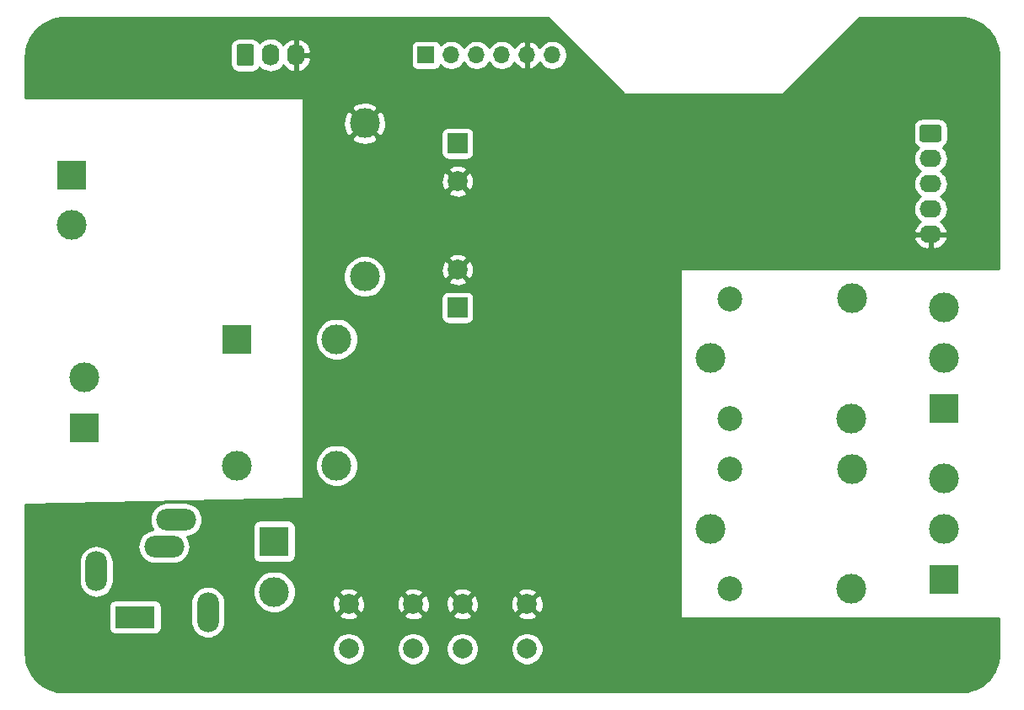
<source format=gbr>
%TF.GenerationSoftware,KiCad,Pcbnew,(5.1.10)-1*%
%TF.CreationDate,2021-10-13T22:05:38-03:00*%
%TF.ProjectId,kicad,6b696361-642e-46b6-9963-61645f706362,rev?*%
%TF.SameCoordinates,Original*%
%TF.FileFunction,Copper,L2,Bot*%
%TF.FilePolarity,Positive*%
%FSLAX46Y46*%
G04 Gerber Fmt 4.6, Leading zero omitted, Abs format (unit mm)*
G04 Created by KiCad (PCBNEW (5.1.10)-1) date 2021-10-13 22:05:38*
%MOMM*%
%LPD*%
G01*
G04 APERTURE LIST*
%TA.AperFunction,ComponentPad*%
%ADD10C,7.000000*%
%TD*%
%TA.AperFunction,ComponentPad*%
%ADD11C,3.000000*%
%TD*%
%TA.AperFunction,ComponentPad*%
%ADD12R,3.000000X3.000000*%
%TD*%
%TA.AperFunction,ComponentPad*%
%ADD13O,2.200000X4.000000*%
%TD*%
%TA.AperFunction,ComponentPad*%
%ADD14O,4.000000X2.200000*%
%TD*%
%TA.AperFunction,ComponentPad*%
%ADD15R,4.000000X2.200000*%
%TD*%
%TA.AperFunction,ComponentPad*%
%ADD16R,2.000000X2.000000*%
%TD*%
%TA.AperFunction,ComponentPad*%
%ADD17C,2.000000*%
%TD*%
%TA.AperFunction,ComponentPad*%
%ADD18O,1.740000X2.190000*%
%TD*%
%TA.AperFunction,ComponentPad*%
%ADD19O,2.190000X1.740000*%
%TD*%
%TA.AperFunction,ComponentPad*%
%ADD20C,2.500000*%
%TD*%
%TA.AperFunction,ComponentPad*%
%ADD21O,1.700000X1.700000*%
%TD*%
%TA.AperFunction,ComponentPad*%
%ADD22R,1.700000X1.700000*%
%TD*%
%TA.AperFunction,ViaPad*%
%ADD23C,0.800000*%
%TD*%
%TA.AperFunction,Conductor*%
%ADD24C,0.254000*%
%TD*%
%TA.AperFunction,Conductor*%
%ADD25C,0.100000*%
%TD*%
G04 APERTURE END LIST*
D10*
%TO.P,REF\u002A\u002A,1*%
%TO.N,GND*%
X165000000Y-130000000D03*
%TD*%
%TO.P,REF\u002A\u002A,1*%
%TO.N,GND*%
X195000000Y-130000000D03*
%TD*%
%TO.P,REF\u002A\u002A,1*%
%TO.N,GND*%
X195000000Y-70000000D03*
%TD*%
%TO.P,REF\u002A\u002A,1*%
%TO.N,GND*%
X105000000Y-70000000D03*
%TD*%
%TO.P,REF\u002A\u002A,1*%
%TO.N,GND*%
X105000000Y-130000000D03*
%TD*%
D11*
%TO.P,J5,2*%
%TO.N,Net-(C7-Pad1)*%
X126095000Y-123825000D03*
D12*
%TO.P,J5,1*%
%TO.N,Net-(J4-PadS)*%
X126095000Y-118745000D03*
%TD*%
D11*
%TO.P,J8,3*%
%TO.N,Net-(J8-Pad3)*%
X193405000Y-112395000D03*
%TO.P,J8,2*%
%TO.N,Net-(J8-Pad2)*%
X193405000Y-117475000D03*
D12*
%TO.P,J8,1*%
%TO.N,Net-(J8-Pad1)*%
X193405000Y-122555000D03*
%TD*%
D11*
%TO.P,PS1,4*%
%TO.N,+5V*%
X135175000Y-92115000D03*
%TO.P,PS1,2*%
%TO.N,Net-(J2-Pad1)*%
X105775000Y-86915000D03*
D12*
%TO.P,PS1,1*%
%TO.N,Net-(J2-Pad2)*%
X105775000Y-81915000D03*
D11*
%TO.P,PS1,3*%
%TO.N,GND*%
X135175000Y-76715000D03*
%TD*%
%TO.P,T1,3*%
%TO.N,Net-(R10-Pad2)*%
X132365000Y-111125000D03*
%TO.P,T1,2*%
%TO.N,Net-(J2-Pad2)*%
X122365000Y-111125000D03*
%TO.P,T1,4*%
%TO.N,Net-(C7-Pad1)*%
X132365000Y-98425000D03*
D12*
%TO.P,T1,1*%
%TO.N,Net-(R3-Pad1)*%
X122365000Y-98425000D03*
%TD*%
D13*
%TO.P,J4,S*%
%TO.N,Net-(J4-PadS)*%
X108225000Y-121765000D03*
D14*
%TO.P,J4,R*%
%TO.N,Net-(J4-PadR)*%
X116225000Y-116565000D03*
%TO.P,J4,RN*%
%TO.N,N/C*%
X115025000Y-119265000D03*
D13*
%TO.P,J4,TN*%
X119425000Y-125865000D03*
D15*
%TO.P,J4,T*%
%TO.N,Net-(C7-Pad1)*%
X112125000Y-126365000D03*
%TD*%
D11*
%TO.P,J2,2*%
%TO.N,Net-(J2-Pad2)*%
X107045000Y-102235000D03*
D12*
%TO.P,J2,1*%
%TO.N,Net-(J2-Pad1)*%
X107045000Y-107315000D03*
%TD*%
D16*
%TO.P,C8,1*%
%TO.N,+3V3*%
X144510000Y-95245000D03*
D17*
%TO.P,C8,2*%
%TO.N,GND*%
X144510000Y-91445000D03*
%TD*%
D16*
%TO.P,C3,1*%
%TO.N,+5V*%
X144510000Y-78745000D03*
D17*
%TO.P,C3,2*%
%TO.N,GND*%
X144510000Y-82545000D03*
%TD*%
D18*
%TO.P,J1,3*%
%TO.N,GND*%
X128270000Y-69850000D03*
%TO.P,J1,2*%
%TO.N,TEMP*%
X125730000Y-69850000D03*
%TO.P,J1,1*%
%TO.N,+3V3*%
%TA.AperFunction,ComponentPad*%
G36*
G01*
X122320000Y-70695001D02*
X122320000Y-69004999D01*
G75*
G02*
X122569999Y-68755000I249999J0D01*
G01*
X123810001Y-68755000D01*
G75*
G02*
X124060000Y-69004999I0J-249999D01*
G01*
X124060000Y-70695001D01*
G75*
G02*
X123810001Y-70945000I-249999J0D01*
G01*
X122569999Y-70945000D01*
G75*
G02*
X122320000Y-70695001I0J249999D01*
G01*
G37*
%TD.AperFunction*%
%TD*%
D19*
%TO.P,J3,5*%
%TO.N,GND*%
X192024000Y-87884000D03*
%TO.P,J3,4*%
%TO.N,+5V*%
X192024000Y-85344000D03*
%TO.P,J3,3*%
%TO.N,+3V3*%
X192024000Y-82804000D03*
%TO.P,J3,2*%
%TO.N,SDA*%
X192024000Y-80264000D03*
%TO.P,J3,1*%
%TO.N,SCL*%
%TA.AperFunction,ComponentPad*%
G36*
G01*
X191178999Y-76854000D02*
X192869001Y-76854000D01*
G75*
G02*
X193119000Y-77103999I0J-249999D01*
G01*
X193119000Y-78344001D01*
G75*
G02*
X192869001Y-78594000I-249999J0D01*
G01*
X191178999Y-78594000D01*
G75*
G02*
X190929000Y-78344001I0J249999D01*
G01*
X190929000Y-77103999D01*
G75*
G02*
X191178999Y-76854000I249999J0D01*
G01*
G37*
%TD.AperFunction*%
%TD*%
D17*
%TO.P,SW1,1*%
%TO.N,GND*%
X151495000Y-125040000D03*
%TO.P,SW1,2*%
%TO.N,Net-(R6-Pad2)*%
X151495000Y-129540000D03*
%TO.P,SW1,1*%
%TO.N,GND*%
X144995000Y-125040000D03*
%TO.P,SW1,2*%
%TO.N,Net-(R6-Pad2)*%
X144995000Y-129540000D03*
%TD*%
%TO.P,SW2,1*%
%TO.N,GND*%
X140065000Y-125040000D03*
%TO.P,SW2,2*%
%TO.N,Net-(R7-Pad2)*%
X140065000Y-129540000D03*
%TO.P,SW2,1*%
%TO.N,GND*%
X133565000Y-125040000D03*
%TO.P,SW2,2*%
%TO.N,Net-(R7-Pad2)*%
X133565000Y-129540000D03*
%TD*%
D11*
%TO.P,K1,1*%
%TO.N,Net-(J7-Pad2)*%
X169910000Y-100330000D03*
D20*
%TO.P,K1,5*%
%TO.N,+5V*%
X171860000Y-94380000D03*
D11*
%TO.P,K1,4*%
%TO.N,Net-(J7-Pad3)*%
X184110000Y-94330000D03*
%TO.P,K1,3*%
%TO.N,Net-(J7-Pad1)*%
X184060000Y-106380000D03*
D20*
%TO.P,K1,2*%
%TO.N,Net-(D4-Pad2)*%
X171860000Y-106380000D03*
%TD*%
D11*
%TO.P,J7,3*%
%TO.N,Net-(J7-Pad3)*%
X193405000Y-95250000D03*
%TO.P,J7,2*%
%TO.N,Net-(J7-Pad2)*%
X193405000Y-100330000D03*
D12*
%TO.P,J7,1*%
%TO.N,Net-(J7-Pad1)*%
X193405000Y-105410000D03*
%TD*%
D21*
%TO.P,J6,6*%
%TO.N,+3V3*%
X154035000Y-69850000D03*
%TO.P,J6,5*%
%TO.N,GND*%
X151495000Y-69850000D03*
%TO.P,J6,4*%
%TO.N,GPIO0*%
X148955000Y-69850000D03*
%TO.P,J6,3*%
%TO.N,Net-(J6-Pad3)*%
X146415000Y-69850000D03*
%TO.P,J6,2*%
%TO.N,Net-(J6-Pad2)*%
X143875000Y-69850000D03*
D22*
%TO.P,J6,1*%
%TO.N,RESET*%
X141335000Y-69850000D03*
%TD*%
D11*
%TO.P,K2,1*%
%TO.N,Net-(J8-Pad2)*%
X169910000Y-117475000D03*
D20*
%TO.P,K2,5*%
%TO.N,+5V*%
X171860000Y-111525000D03*
D11*
%TO.P,K2,4*%
%TO.N,Net-(J8-Pad3)*%
X184110000Y-111475000D03*
%TO.P,K2,3*%
%TO.N,Net-(J8-Pad1)*%
X184060000Y-123525000D03*
D20*
%TO.P,K2,2*%
%TO.N,Net-(D5-Pad2)*%
X171860000Y-123525000D03*
%TD*%
D23*
%TO.N,GND*%
X162560000Y-106680000D03*
X163830000Y-106680000D03*
X163830000Y-107950000D03*
X162560000Y-107950000D03*
X162560000Y-105410000D03*
X163830000Y-105410000D03*
X152400000Y-114300000D03*
X153670000Y-114300000D03*
X154940000Y-114300000D03*
X157480000Y-114300000D03*
X154940000Y-115570000D03*
X151130000Y-114300000D03*
X151130000Y-115570000D03*
X151130000Y-118110000D03*
X151130000Y-119380000D03*
X152400000Y-119380000D03*
X153670000Y-119380000D03*
X154940000Y-119380000D03*
X154940000Y-118110000D03*
X151130000Y-111125000D03*
X151130000Y-109855000D03*
X151130000Y-108585000D03*
X151130000Y-107315000D03*
X152400000Y-109220000D03*
X157480000Y-109220000D03*
X158115000Y-107950000D03*
X122555000Y-120015000D03*
X122555000Y-121285000D03*
X121285000Y-121285000D03*
X121285000Y-120015000D03*
X128905000Y-121285000D03*
X130175000Y-121285000D03*
%TD*%
D24*
%TO.N,GND*%
X161200197Y-73749803D02*
X161219443Y-73765597D01*
X161241399Y-73777333D01*
X161265224Y-73784560D01*
X161290000Y-73787000D01*
X177165000Y-73787000D01*
X177189776Y-73784560D01*
X177213601Y-73777333D01*
X177235557Y-73765597D01*
X177254803Y-73749803D01*
X184877606Y-66127000D01*
X194996882Y-66127000D01*
X195379610Y-66145802D01*
X195755549Y-66201568D01*
X196124231Y-66293918D01*
X196482069Y-66421954D01*
X196825657Y-66584459D01*
X197151636Y-66779844D01*
X197456905Y-67006247D01*
X197738516Y-67261484D01*
X197993753Y-67543095D01*
X198220156Y-67848364D01*
X198415541Y-68174343D01*
X198578046Y-68517931D01*
X198706082Y-68875769D01*
X198798432Y-69244451D01*
X198854198Y-69620390D01*
X198873000Y-70003118D01*
X198873000Y-91313000D01*
X167005000Y-91313000D01*
X166980224Y-91315440D01*
X166956399Y-91322667D01*
X166934443Y-91334403D01*
X166915197Y-91350197D01*
X166899403Y-91369443D01*
X166887667Y-91391399D01*
X166880440Y-91415224D01*
X166878000Y-91440000D01*
X166878000Y-126365000D01*
X166880440Y-126389776D01*
X166887667Y-126413601D01*
X166899403Y-126435557D01*
X166915197Y-126454803D01*
X166934443Y-126470597D01*
X166956399Y-126482333D01*
X166980224Y-126489560D01*
X167005000Y-126492000D01*
X198873000Y-126492000D01*
X198873000Y-129996882D01*
X198854198Y-130379610D01*
X198798432Y-130755549D01*
X198706082Y-131124231D01*
X198578046Y-131482069D01*
X198415541Y-131825657D01*
X198220156Y-132151636D01*
X197993753Y-132456905D01*
X197738516Y-132738516D01*
X197456905Y-132993753D01*
X197151636Y-133220156D01*
X196825657Y-133415541D01*
X196482069Y-133578046D01*
X196124231Y-133706082D01*
X195755549Y-133798432D01*
X195379610Y-133854198D01*
X194996882Y-133873000D01*
X105003118Y-133873000D01*
X104620390Y-133854198D01*
X104244451Y-133798432D01*
X103875769Y-133706082D01*
X103517931Y-133578046D01*
X103174343Y-133415541D01*
X102848364Y-133220156D01*
X102543095Y-132993753D01*
X102261484Y-132738516D01*
X102006247Y-132456905D01*
X101779844Y-132151636D01*
X101584459Y-131825657D01*
X101421954Y-131482069D01*
X101293918Y-131124231D01*
X101201568Y-130755549D01*
X101145802Y-130379610D01*
X101127000Y-129996882D01*
X101127000Y-129378967D01*
X131930000Y-129378967D01*
X131930000Y-129701033D01*
X131992832Y-130016912D01*
X132116082Y-130314463D01*
X132295013Y-130582252D01*
X132522748Y-130809987D01*
X132790537Y-130988918D01*
X133088088Y-131112168D01*
X133403967Y-131175000D01*
X133726033Y-131175000D01*
X134041912Y-131112168D01*
X134339463Y-130988918D01*
X134607252Y-130809987D01*
X134834987Y-130582252D01*
X135013918Y-130314463D01*
X135137168Y-130016912D01*
X135200000Y-129701033D01*
X135200000Y-129378967D01*
X138430000Y-129378967D01*
X138430000Y-129701033D01*
X138492832Y-130016912D01*
X138616082Y-130314463D01*
X138795013Y-130582252D01*
X139022748Y-130809987D01*
X139290537Y-130988918D01*
X139588088Y-131112168D01*
X139903967Y-131175000D01*
X140226033Y-131175000D01*
X140541912Y-131112168D01*
X140839463Y-130988918D01*
X141107252Y-130809987D01*
X141334987Y-130582252D01*
X141513918Y-130314463D01*
X141637168Y-130016912D01*
X141700000Y-129701033D01*
X141700000Y-129378967D01*
X143360000Y-129378967D01*
X143360000Y-129701033D01*
X143422832Y-130016912D01*
X143546082Y-130314463D01*
X143725013Y-130582252D01*
X143952748Y-130809987D01*
X144220537Y-130988918D01*
X144518088Y-131112168D01*
X144833967Y-131175000D01*
X145156033Y-131175000D01*
X145471912Y-131112168D01*
X145769463Y-130988918D01*
X146037252Y-130809987D01*
X146264987Y-130582252D01*
X146443918Y-130314463D01*
X146567168Y-130016912D01*
X146630000Y-129701033D01*
X146630000Y-129378967D01*
X149860000Y-129378967D01*
X149860000Y-129701033D01*
X149922832Y-130016912D01*
X150046082Y-130314463D01*
X150225013Y-130582252D01*
X150452748Y-130809987D01*
X150720537Y-130988918D01*
X151018088Y-131112168D01*
X151333967Y-131175000D01*
X151656033Y-131175000D01*
X151971912Y-131112168D01*
X152269463Y-130988918D01*
X152537252Y-130809987D01*
X152764987Y-130582252D01*
X152943918Y-130314463D01*
X153067168Y-130016912D01*
X153130000Y-129701033D01*
X153130000Y-129378967D01*
X153067168Y-129063088D01*
X152943918Y-128765537D01*
X152764987Y-128497748D01*
X152537252Y-128270013D01*
X152269463Y-128091082D01*
X151971912Y-127967832D01*
X151656033Y-127905000D01*
X151333967Y-127905000D01*
X151018088Y-127967832D01*
X150720537Y-128091082D01*
X150452748Y-128270013D01*
X150225013Y-128497748D01*
X150046082Y-128765537D01*
X149922832Y-129063088D01*
X149860000Y-129378967D01*
X146630000Y-129378967D01*
X146567168Y-129063088D01*
X146443918Y-128765537D01*
X146264987Y-128497748D01*
X146037252Y-128270013D01*
X145769463Y-128091082D01*
X145471912Y-127967832D01*
X145156033Y-127905000D01*
X144833967Y-127905000D01*
X144518088Y-127967832D01*
X144220537Y-128091082D01*
X143952748Y-128270013D01*
X143725013Y-128497748D01*
X143546082Y-128765537D01*
X143422832Y-129063088D01*
X143360000Y-129378967D01*
X141700000Y-129378967D01*
X141637168Y-129063088D01*
X141513918Y-128765537D01*
X141334987Y-128497748D01*
X141107252Y-128270013D01*
X140839463Y-128091082D01*
X140541912Y-127967832D01*
X140226033Y-127905000D01*
X139903967Y-127905000D01*
X139588088Y-127967832D01*
X139290537Y-128091082D01*
X139022748Y-128270013D01*
X138795013Y-128497748D01*
X138616082Y-128765537D01*
X138492832Y-129063088D01*
X138430000Y-129378967D01*
X135200000Y-129378967D01*
X135137168Y-129063088D01*
X135013918Y-128765537D01*
X134834987Y-128497748D01*
X134607252Y-128270013D01*
X134339463Y-128091082D01*
X134041912Y-127967832D01*
X133726033Y-127905000D01*
X133403967Y-127905000D01*
X133088088Y-127967832D01*
X132790537Y-128091082D01*
X132522748Y-128270013D01*
X132295013Y-128497748D01*
X132116082Y-128765537D01*
X131992832Y-129063088D01*
X131930000Y-129378967D01*
X101127000Y-129378967D01*
X101127000Y-125265000D01*
X109486928Y-125265000D01*
X109486928Y-127465000D01*
X109499188Y-127589482D01*
X109535498Y-127709180D01*
X109594463Y-127819494D01*
X109673815Y-127916185D01*
X109770506Y-127995537D01*
X109880820Y-128054502D01*
X110000518Y-128090812D01*
X110125000Y-128103072D01*
X114125000Y-128103072D01*
X114249482Y-128090812D01*
X114369180Y-128054502D01*
X114479494Y-127995537D01*
X114576185Y-127916185D01*
X114655537Y-127819494D01*
X114714502Y-127709180D01*
X114750812Y-127589482D01*
X114763072Y-127465000D01*
X114763072Y-125265000D01*
X114750812Y-125140518D01*
X114714502Y-125020820D01*
X114655537Y-124910506D01*
X114630318Y-124879776D01*
X117690000Y-124879776D01*
X117690000Y-126850225D01*
X117715106Y-127105119D01*
X117814315Y-127432168D01*
X117975422Y-127733578D01*
X118192235Y-127997766D01*
X118456423Y-128214579D01*
X118757833Y-128375686D01*
X119084882Y-128474895D01*
X119425000Y-128508394D01*
X119765119Y-128474895D01*
X120092168Y-128375686D01*
X120393578Y-128214579D01*
X120657766Y-127997766D01*
X120874579Y-127733578D01*
X121035686Y-127432168D01*
X121134895Y-127105119D01*
X121160000Y-126850225D01*
X121160000Y-126175413D01*
X132609192Y-126175413D01*
X132704956Y-126439814D01*
X132994571Y-126580704D01*
X133306108Y-126662384D01*
X133627595Y-126681718D01*
X133946675Y-126637961D01*
X134251088Y-126532795D01*
X134425044Y-126439814D01*
X134520808Y-126175413D01*
X139109192Y-126175413D01*
X139204956Y-126439814D01*
X139494571Y-126580704D01*
X139806108Y-126662384D01*
X140127595Y-126681718D01*
X140446675Y-126637961D01*
X140751088Y-126532795D01*
X140925044Y-126439814D01*
X141020808Y-126175413D01*
X144039192Y-126175413D01*
X144134956Y-126439814D01*
X144424571Y-126580704D01*
X144736108Y-126662384D01*
X145057595Y-126681718D01*
X145376675Y-126637961D01*
X145681088Y-126532795D01*
X145855044Y-126439814D01*
X145950808Y-126175413D01*
X150539192Y-126175413D01*
X150634956Y-126439814D01*
X150924571Y-126580704D01*
X151236108Y-126662384D01*
X151557595Y-126681718D01*
X151876675Y-126637961D01*
X152181088Y-126532795D01*
X152355044Y-126439814D01*
X152450808Y-126175413D01*
X151495000Y-125219605D01*
X150539192Y-126175413D01*
X145950808Y-126175413D01*
X144995000Y-125219605D01*
X144039192Y-126175413D01*
X141020808Y-126175413D01*
X140065000Y-125219605D01*
X139109192Y-126175413D01*
X134520808Y-126175413D01*
X133565000Y-125219605D01*
X132609192Y-126175413D01*
X121160000Y-126175413D01*
X121160000Y-124879775D01*
X121134895Y-124624881D01*
X121035686Y-124297832D01*
X120874579Y-123996422D01*
X120657766Y-123732234D01*
X120514576Y-123614721D01*
X123960000Y-123614721D01*
X123960000Y-124035279D01*
X124042047Y-124447756D01*
X124202988Y-124836302D01*
X124436637Y-125185983D01*
X124734017Y-125483363D01*
X125083698Y-125717012D01*
X125472244Y-125877953D01*
X125884721Y-125960000D01*
X126305279Y-125960000D01*
X126717756Y-125877953D01*
X127106302Y-125717012D01*
X127455983Y-125483363D01*
X127753363Y-125185983D01*
X127809080Y-125102595D01*
X131923282Y-125102595D01*
X131967039Y-125421675D01*
X132072205Y-125726088D01*
X132165186Y-125900044D01*
X132429587Y-125995808D01*
X133385395Y-125040000D01*
X133744605Y-125040000D01*
X134700413Y-125995808D01*
X134964814Y-125900044D01*
X135105704Y-125610429D01*
X135187384Y-125298892D01*
X135199189Y-125102595D01*
X138423282Y-125102595D01*
X138467039Y-125421675D01*
X138572205Y-125726088D01*
X138665186Y-125900044D01*
X138929587Y-125995808D01*
X139885395Y-125040000D01*
X140244605Y-125040000D01*
X141200413Y-125995808D01*
X141464814Y-125900044D01*
X141605704Y-125610429D01*
X141687384Y-125298892D01*
X141699189Y-125102595D01*
X143353282Y-125102595D01*
X143397039Y-125421675D01*
X143502205Y-125726088D01*
X143595186Y-125900044D01*
X143859587Y-125995808D01*
X144815395Y-125040000D01*
X145174605Y-125040000D01*
X146130413Y-125995808D01*
X146394814Y-125900044D01*
X146535704Y-125610429D01*
X146617384Y-125298892D01*
X146629189Y-125102595D01*
X149853282Y-125102595D01*
X149897039Y-125421675D01*
X150002205Y-125726088D01*
X150095186Y-125900044D01*
X150359587Y-125995808D01*
X151315395Y-125040000D01*
X151674605Y-125040000D01*
X152630413Y-125995808D01*
X152894814Y-125900044D01*
X153035704Y-125610429D01*
X153117384Y-125298892D01*
X153136718Y-124977405D01*
X153092961Y-124658325D01*
X152987795Y-124353912D01*
X152894814Y-124179956D01*
X152630413Y-124084192D01*
X151674605Y-125040000D01*
X151315395Y-125040000D01*
X150359587Y-124084192D01*
X150095186Y-124179956D01*
X149954296Y-124469571D01*
X149872616Y-124781108D01*
X149853282Y-125102595D01*
X146629189Y-125102595D01*
X146636718Y-124977405D01*
X146592961Y-124658325D01*
X146487795Y-124353912D01*
X146394814Y-124179956D01*
X146130413Y-124084192D01*
X145174605Y-125040000D01*
X144815395Y-125040000D01*
X143859587Y-124084192D01*
X143595186Y-124179956D01*
X143454296Y-124469571D01*
X143372616Y-124781108D01*
X143353282Y-125102595D01*
X141699189Y-125102595D01*
X141706718Y-124977405D01*
X141662961Y-124658325D01*
X141557795Y-124353912D01*
X141464814Y-124179956D01*
X141200413Y-124084192D01*
X140244605Y-125040000D01*
X139885395Y-125040000D01*
X138929587Y-124084192D01*
X138665186Y-124179956D01*
X138524296Y-124469571D01*
X138442616Y-124781108D01*
X138423282Y-125102595D01*
X135199189Y-125102595D01*
X135206718Y-124977405D01*
X135162961Y-124658325D01*
X135057795Y-124353912D01*
X134964814Y-124179956D01*
X134700413Y-124084192D01*
X133744605Y-125040000D01*
X133385395Y-125040000D01*
X132429587Y-124084192D01*
X132165186Y-124179956D01*
X132024296Y-124469571D01*
X131942616Y-124781108D01*
X131923282Y-125102595D01*
X127809080Y-125102595D01*
X127987012Y-124836302D01*
X128147953Y-124447756D01*
X128230000Y-124035279D01*
X128230000Y-123904587D01*
X132609192Y-123904587D01*
X133565000Y-124860395D01*
X134520808Y-123904587D01*
X139109192Y-123904587D01*
X140065000Y-124860395D01*
X141020808Y-123904587D01*
X144039192Y-123904587D01*
X144995000Y-124860395D01*
X145950808Y-123904587D01*
X150539192Y-123904587D01*
X151495000Y-124860395D01*
X152450808Y-123904587D01*
X152355044Y-123640186D01*
X152065429Y-123499296D01*
X151753892Y-123417616D01*
X151432405Y-123398282D01*
X151113325Y-123442039D01*
X150808912Y-123547205D01*
X150634956Y-123640186D01*
X150539192Y-123904587D01*
X145950808Y-123904587D01*
X145855044Y-123640186D01*
X145565429Y-123499296D01*
X145253892Y-123417616D01*
X144932405Y-123398282D01*
X144613325Y-123442039D01*
X144308912Y-123547205D01*
X144134956Y-123640186D01*
X144039192Y-123904587D01*
X141020808Y-123904587D01*
X140925044Y-123640186D01*
X140635429Y-123499296D01*
X140323892Y-123417616D01*
X140002405Y-123398282D01*
X139683325Y-123442039D01*
X139378912Y-123547205D01*
X139204956Y-123640186D01*
X139109192Y-123904587D01*
X134520808Y-123904587D01*
X134425044Y-123640186D01*
X134135429Y-123499296D01*
X133823892Y-123417616D01*
X133502405Y-123398282D01*
X133183325Y-123442039D01*
X132878912Y-123547205D01*
X132704956Y-123640186D01*
X132609192Y-123904587D01*
X128230000Y-123904587D01*
X128230000Y-123614721D01*
X128147953Y-123202244D01*
X127987012Y-122813698D01*
X127753363Y-122464017D01*
X127455983Y-122166637D01*
X127106302Y-121932988D01*
X126717756Y-121772047D01*
X126305279Y-121690000D01*
X125884721Y-121690000D01*
X125472244Y-121772047D01*
X125083698Y-121932988D01*
X124734017Y-122166637D01*
X124436637Y-122464017D01*
X124202988Y-122813698D01*
X124042047Y-123202244D01*
X123960000Y-123614721D01*
X120514576Y-123614721D01*
X120393577Y-123515421D01*
X120092167Y-123354314D01*
X119765118Y-123255105D01*
X119425000Y-123221606D01*
X119084881Y-123255105D01*
X118757832Y-123354314D01*
X118456422Y-123515421D01*
X118192234Y-123732234D01*
X117975421Y-123996423D01*
X117814314Y-124297833D01*
X117715105Y-124624882D01*
X117690000Y-124879776D01*
X114630318Y-124879776D01*
X114576185Y-124813815D01*
X114479494Y-124734463D01*
X114369180Y-124675498D01*
X114249482Y-124639188D01*
X114125000Y-124626928D01*
X110125000Y-124626928D01*
X110000518Y-124639188D01*
X109880820Y-124675498D01*
X109770506Y-124734463D01*
X109673815Y-124813815D01*
X109594463Y-124910506D01*
X109535498Y-125020820D01*
X109499188Y-125140518D01*
X109486928Y-125265000D01*
X101127000Y-125265000D01*
X101127000Y-120779776D01*
X106490000Y-120779776D01*
X106490000Y-122750225D01*
X106515106Y-123005119D01*
X106614315Y-123332168D01*
X106775422Y-123633578D01*
X106992235Y-123897766D01*
X107256423Y-124114579D01*
X107557833Y-124275686D01*
X107884882Y-124374895D01*
X108225000Y-124408394D01*
X108565119Y-124374895D01*
X108892168Y-124275686D01*
X109193578Y-124114579D01*
X109457766Y-123897766D01*
X109674579Y-123633578D01*
X109835686Y-123332168D01*
X109934895Y-123005119D01*
X109960000Y-122750225D01*
X109960000Y-120779775D01*
X109934895Y-120524881D01*
X109835686Y-120197832D01*
X109674579Y-119896422D01*
X109457766Y-119632234D01*
X109193577Y-119415421D01*
X108912160Y-119265000D01*
X112381606Y-119265000D01*
X112415105Y-119605119D01*
X112514314Y-119932168D01*
X112675421Y-120233578D01*
X112892234Y-120497766D01*
X113156422Y-120714579D01*
X113457832Y-120875686D01*
X113784881Y-120974895D01*
X114039775Y-121000000D01*
X116010225Y-121000000D01*
X116265119Y-120974895D01*
X116592168Y-120875686D01*
X116893578Y-120714579D01*
X117157766Y-120497766D01*
X117374579Y-120233578D01*
X117535686Y-119932168D01*
X117634895Y-119605119D01*
X117668394Y-119265000D01*
X117634895Y-118924881D01*
X117535686Y-118597832D01*
X117374579Y-118296422D01*
X117365005Y-118284755D01*
X117465119Y-118274895D01*
X117792168Y-118175686D01*
X118093578Y-118014579D01*
X118357766Y-117797766D01*
X118574579Y-117533578D01*
X118728827Y-117245000D01*
X123956928Y-117245000D01*
X123956928Y-120245000D01*
X123969188Y-120369482D01*
X124005498Y-120489180D01*
X124064463Y-120599494D01*
X124143815Y-120696185D01*
X124240506Y-120775537D01*
X124350820Y-120834502D01*
X124470518Y-120870812D01*
X124595000Y-120883072D01*
X127595000Y-120883072D01*
X127719482Y-120870812D01*
X127839180Y-120834502D01*
X127949494Y-120775537D01*
X128046185Y-120696185D01*
X128125537Y-120599494D01*
X128184502Y-120489180D01*
X128220812Y-120369482D01*
X128233072Y-120245000D01*
X128233072Y-117245000D01*
X128220812Y-117120518D01*
X128184502Y-117000820D01*
X128125537Y-116890506D01*
X128046185Y-116793815D01*
X127949494Y-116714463D01*
X127839180Y-116655498D01*
X127719482Y-116619188D01*
X127595000Y-116606928D01*
X124595000Y-116606928D01*
X124470518Y-116619188D01*
X124350820Y-116655498D01*
X124240506Y-116714463D01*
X124143815Y-116793815D01*
X124064463Y-116890506D01*
X124005498Y-117000820D01*
X123969188Y-117120518D01*
X123956928Y-117245000D01*
X118728827Y-117245000D01*
X118735686Y-117232168D01*
X118834895Y-116905119D01*
X118868394Y-116565000D01*
X118834895Y-116224881D01*
X118735686Y-115897832D01*
X118574579Y-115596422D01*
X118357766Y-115332234D01*
X118093578Y-115115421D01*
X117792168Y-114954314D01*
X117465119Y-114855105D01*
X117210225Y-114830000D01*
X115239775Y-114830000D01*
X114984881Y-114855105D01*
X114657832Y-114954314D01*
X114356422Y-115115421D01*
X114092234Y-115332234D01*
X113875421Y-115596422D01*
X113714314Y-115897832D01*
X113615105Y-116224881D01*
X113581606Y-116565000D01*
X113615105Y-116905119D01*
X113714314Y-117232168D01*
X113875421Y-117533578D01*
X113884995Y-117545245D01*
X113784881Y-117555105D01*
X113457832Y-117654314D01*
X113156422Y-117815421D01*
X112892234Y-118032234D01*
X112675421Y-118296422D01*
X112514314Y-118597832D01*
X112415105Y-118924881D01*
X112381606Y-119265000D01*
X108912160Y-119265000D01*
X108892167Y-119254314D01*
X108565118Y-119155105D01*
X108225000Y-119121606D01*
X107884881Y-119155105D01*
X107557832Y-119254314D01*
X107256422Y-119415421D01*
X106992234Y-119632234D01*
X106775421Y-119896423D01*
X106614314Y-120197833D01*
X106515105Y-120524882D01*
X106490000Y-120779776D01*
X101127000Y-120779776D01*
X101127000Y-115059146D01*
X128942886Y-114426967D01*
X128964776Y-114424560D01*
X128988601Y-114417333D01*
X129010557Y-114405597D01*
X129029803Y-114389803D01*
X129045597Y-114370557D01*
X129057333Y-114348601D01*
X129064560Y-114324776D01*
X129067000Y-114300000D01*
X129067000Y-110914721D01*
X130230000Y-110914721D01*
X130230000Y-111335279D01*
X130312047Y-111747756D01*
X130472988Y-112136302D01*
X130706637Y-112485983D01*
X131004017Y-112783363D01*
X131353698Y-113017012D01*
X131742244Y-113177953D01*
X132154721Y-113260000D01*
X132575279Y-113260000D01*
X132987756Y-113177953D01*
X133376302Y-113017012D01*
X133725983Y-112783363D01*
X134023363Y-112485983D01*
X134257012Y-112136302D01*
X134417953Y-111747756D01*
X134500000Y-111335279D01*
X134500000Y-110914721D01*
X134417953Y-110502244D01*
X134257012Y-110113698D01*
X134023363Y-109764017D01*
X133725983Y-109466637D01*
X133376302Y-109232988D01*
X132987756Y-109072047D01*
X132575279Y-108990000D01*
X132154721Y-108990000D01*
X131742244Y-109072047D01*
X131353698Y-109232988D01*
X131004017Y-109466637D01*
X130706637Y-109764017D01*
X130472988Y-110113698D01*
X130312047Y-110502244D01*
X130230000Y-110914721D01*
X129067000Y-110914721D01*
X129067000Y-98214721D01*
X130230000Y-98214721D01*
X130230000Y-98635279D01*
X130312047Y-99047756D01*
X130472988Y-99436302D01*
X130706637Y-99785983D01*
X131004017Y-100083363D01*
X131353698Y-100317012D01*
X131742244Y-100477953D01*
X132154721Y-100560000D01*
X132575279Y-100560000D01*
X132987756Y-100477953D01*
X133376302Y-100317012D01*
X133725983Y-100083363D01*
X134023363Y-99785983D01*
X134257012Y-99436302D01*
X134417953Y-99047756D01*
X134500000Y-98635279D01*
X134500000Y-98214721D01*
X134417953Y-97802244D01*
X134257012Y-97413698D01*
X134023363Y-97064017D01*
X133725983Y-96766637D01*
X133376302Y-96532988D01*
X132987756Y-96372047D01*
X132575279Y-96290000D01*
X132154721Y-96290000D01*
X131742244Y-96372047D01*
X131353698Y-96532988D01*
X131004017Y-96766637D01*
X130706637Y-97064017D01*
X130472988Y-97413698D01*
X130312047Y-97802244D01*
X130230000Y-98214721D01*
X129067000Y-98214721D01*
X129067000Y-91904721D01*
X133040000Y-91904721D01*
X133040000Y-92325279D01*
X133122047Y-92737756D01*
X133282988Y-93126302D01*
X133516637Y-93475983D01*
X133814017Y-93773363D01*
X134163698Y-94007012D01*
X134552244Y-94167953D01*
X134964721Y-94250000D01*
X135385279Y-94250000D01*
X135410415Y-94245000D01*
X142871928Y-94245000D01*
X142871928Y-96245000D01*
X142884188Y-96369482D01*
X142920498Y-96489180D01*
X142979463Y-96599494D01*
X143058815Y-96696185D01*
X143155506Y-96775537D01*
X143265820Y-96834502D01*
X143385518Y-96870812D01*
X143510000Y-96883072D01*
X145510000Y-96883072D01*
X145634482Y-96870812D01*
X145754180Y-96834502D01*
X145864494Y-96775537D01*
X145961185Y-96696185D01*
X146040537Y-96599494D01*
X146099502Y-96489180D01*
X146135812Y-96369482D01*
X146148072Y-96245000D01*
X146148072Y-94245000D01*
X146135812Y-94120518D01*
X146099502Y-94000820D01*
X146040537Y-93890506D01*
X145961185Y-93793815D01*
X145864494Y-93714463D01*
X145754180Y-93655498D01*
X145634482Y-93619188D01*
X145510000Y-93606928D01*
X143510000Y-93606928D01*
X143385518Y-93619188D01*
X143265820Y-93655498D01*
X143155506Y-93714463D01*
X143058815Y-93793815D01*
X142979463Y-93890506D01*
X142920498Y-94000820D01*
X142884188Y-94120518D01*
X142871928Y-94245000D01*
X135410415Y-94245000D01*
X135797756Y-94167953D01*
X136186302Y-94007012D01*
X136535983Y-93773363D01*
X136833363Y-93475983D01*
X137067012Y-93126302D01*
X137227953Y-92737756D01*
X137259250Y-92580413D01*
X143554192Y-92580413D01*
X143649956Y-92844814D01*
X143939571Y-92985704D01*
X144251108Y-93067384D01*
X144572595Y-93086718D01*
X144891675Y-93042961D01*
X145196088Y-92937795D01*
X145370044Y-92844814D01*
X145465808Y-92580413D01*
X144510000Y-91624605D01*
X143554192Y-92580413D01*
X137259250Y-92580413D01*
X137310000Y-92325279D01*
X137310000Y-91904721D01*
X137231007Y-91507595D01*
X142868282Y-91507595D01*
X142912039Y-91826675D01*
X143017205Y-92131088D01*
X143110186Y-92305044D01*
X143374587Y-92400808D01*
X144330395Y-91445000D01*
X144689605Y-91445000D01*
X145645413Y-92400808D01*
X145909814Y-92305044D01*
X146050704Y-92015429D01*
X146132384Y-91703892D01*
X146151718Y-91382405D01*
X146107961Y-91063325D01*
X146002795Y-90758912D01*
X145909814Y-90584956D01*
X145645413Y-90489192D01*
X144689605Y-91445000D01*
X144330395Y-91445000D01*
X143374587Y-90489192D01*
X143110186Y-90584956D01*
X142969296Y-90874571D01*
X142887616Y-91186108D01*
X142868282Y-91507595D01*
X137231007Y-91507595D01*
X137227953Y-91492244D01*
X137067012Y-91103698D01*
X136833363Y-90754017D01*
X136535983Y-90456637D01*
X136315907Y-90309587D01*
X143554192Y-90309587D01*
X144510000Y-91265395D01*
X145465808Y-90309587D01*
X145370044Y-90045186D01*
X145080429Y-89904296D01*
X144768892Y-89822616D01*
X144447405Y-89803282D01*
X144128325Y-89847039D01*
X143823912Y-89952205D01*
X143649956Y-90045186D01*
X143554192Y-90309587D01*
X136315907Y-90309587D01*
X136186302Y-90222988D01*
X135797756Y-90062047D01*
X135385279Y-89980000D01*
X134964721Y-89980000D01*
X134552244Y-90062047D01*
X134163698Y-90222988D01*
X133814017Y-90456637D01*
X133516637Y-90754017D01*
X133282988Y-91103698D01*
X133122047Y-91492244D01*
X133040000Y-91904721D01*
X129067000Y-91904721D01*
X129067000Y-88244031D01*
X190337698Y-88244031D01*
X190354449Y-88331591D01*
X190469526Y-88604809D01*
X190635694Y-88850326D01*
X190846567Y-89058708D01*
X191094042Y-89221947D01*
X191368608Y-89333769D01*
X191659714Y-89389877D01*
X191897000Y-89234376D01*
X191897000Y-88011000D01*
X192151000Y-88011000D01*
X192151000Y-89234376D01*
X192388286Y-89389877D01*
X192679392Y-89333769D01*
X192953958Y-89221947D01*
X193201433Y-89058708D01*
X193412306Y-88850326D01*
X193578474Y-88604809D01*
X193693551Y-88331591D01*
X193710302Y-88244031D01*
X193589246Y-88011000D01*
X192151000Y-88011000D01*
X191897000Y-88011000D01*
X190458754Y-88011000D01*
X190337698Y-88244031D01*
X129067000Y-88244031D01*
X129067000Y-83680413D01*
X143554192Y-83680413D01*
X143649956Y-83944814D01*
X143939571Y-84085704D01*
X144251108Y-84167384D01*
X144572595Y-84186718D01*
X144891675Y-84142961D01*
X145196088Y-84037795D01*
X145370044Y-83944814D01*
X145465808Y-83680413D01*
X144510000Y-82724605D01*
X143554192Y-83680413D01*
X129067000Y-83680413D01*
X129067000Y-82607595D01*
X142868282Y-82607595D01*
X142912039Y-82926675D01*
X143017205Y-83231088D01*
X143110186Y-83405044D01*
X143374587Y-83500808D01*
X144330395Y-82545000D01*
X144689605Y-82545000D01*
X145645413Y-83500808D01*
X145909814Y-83405044D01*
X146050704Y-83115429D01*
X146132384Y-82803892D01*
X146151718Y-82482405D01*
X146107961Y-82163325D01*
X146002795Y-81858912D01*
X145909814Y-81684956D01*
X145645413Y-81589192D01*
X144689605Y-82545000D01*
X144330395Y-82545000D01*
X143374587Y-81589192D01*
X143110186Y-81684956D01*
X142969296Y-81974571D01*
X142887616Y-82286108D01*
X142868282Y-82607595D01*
X129067000Y-82607595D01*
X129067000Y-81409587D01*
X143554192Y-81409587D01*
X144510000Y-82365395D01*
X145465808Y-81409587D01*
X145370044Y-81145186D01*
X145080429Y-81004296D01*
X144768892Y-80922616D01*
X144447405Y-80903282D01*
X144128325Y-80947039D01*
X143823912Y-81052205D01*
X143649956Y-81145186D01*
X143554192Y-81409587D01*
X129067000Y-81409587D01*
X129067000Y-78206653D01*
X133862952Y-78206653D01*
X134018962Y-78522214D01*
X134393745Y-78713020D01*
X134798551Y-78827044D01*
X135217824Y-78859902D01*
X135635451Y-78810334D01*
X136035383Y-78680243D01*
X136331038Y-78522214D01*
X136487048Y-78206653D01*
X135175000Y-76894605D01*
X133862952Y-78206653D01*
X129067000Y-78206653D01*
X129067000Y-76757824D01*
X133030098Y-76757824D01*
X133079666Y-77175451D01*
X133209757Y-77575383D01*
X133367786Y-77871038D01*
X133683347Y-78027048D01*
X134995395Y-76715000D01*
X135354605Y-76715000D01*
X136666653Y-78027048D01*
X136982214Y-77871038D01*
X137046381Y-77745000D01*
X142871928Y-77745000D01*
X142871928Y-79745000D01*
X142884188Y-79869482D01*
X142920498Y-79989180D01*
X142979463Y-80099494D01*
X143058815Y-80196185D01*
X143155506Y-80275537D01*
X143265820Y-80334502D01*
X143385518Y-80370812D01*
X143510000Y-80383072D01*
X145510000Y-80383072D01*
X145634482Y-80370812D01*
X145754180Y-80334502D01*
X145864494Y-80275537D01*
X145878551Y-80264000D01*
X190286718Y-80264000D01*
X190315776Y-80559032D01*
X190401834Y-80842725D01*
X190541583Y-81104179D01*
X190729655Y-81333345D01*
X190958821Y-81521417D01*
X190982362Y-81534000D01*
X190958821Y-81546583D01*
X190729655Y-81734655D01*
X190541583Y-81963821D01*
X190401834Y-82225275D01*
X190315776Y-82508968D01*
X190286718Y-82804000D01*
X190315776Y-83099032D01*
X190401834Y-83382725D01*
X190541583Y-83644179D01*
X190729655Y-83873345D01*
X190958821Y-84061417D01*
X190982362Y-84074000D01*
X190958821Y-84086583D01*
X190729655Y-84274655D01*
X190541583Y-84503821D01*
X190401834Y-84765275D01*
X190315776Y-85048968D01*
X190286718Y-85344000D01*
X190315776Y-85639032D01*
X190401834Y-85922725D01*
X190541583Y-86184179D01*
X190729655Y-86413345D01*
X190958821Y-86601417D01*
X190987152Y-86616560D01*
X190846567Y-86709292D01*
X190635694Y-86917674D01*
X190469526Y-87163191D01*
X190354449Y-87436409D01*
X190337698Y-87523969D01*
X190458754Y-87757000D01*
X191897000Y-87757000D01*
X191897000Y-87737000D01*
X192151000Y-87737000D01*
X192151000Y-87757000D01*
X193589246Y-87757000D01*
X193710302Y-87523969D01*
X193693551Y-87436409D01*
X193578474Y-87163191D01*
X193412306Y-86917674D01*
X193201433Y-86709292D01*
X193060848Y-86616560D01*
X193089179Y-86601417D01*
X193318345Y-86413345D01*
X193506417Y-86184179D01*
X193646166Y-85922725D01*
X193732224Y-85639032D01*
X193761282Y-85344000D01*
X193732224Y-85048968D01*
X193646166Y-84765275D01*
X193506417Y-84503821D01*
X193318345Y-84274655D01*
X193089179Y-84086583D01*
X193065638Y-84074000D01*
X193089179Y-84061417D01*
X193318345Y-83873345D01*
X193506417Y-83644179D01*
X193646166Y-83382725D01*
X193732224Y-83099032D01*
X193761282Y-82804000D01*
X193732224Y-82508968D01*
X193646166Y-82225275D01*
X193506417Y-81963821D01*
X193318345Y-81734655D01*
X193089179Y-81546583D01*
X193065638Y-81534000D01*
X193089179Y-81521417D01*
X193318345Y-81333345D01*
X193506417Y-81104179D01*
X193646166Y-80842725D01*
X193732224Y-80559032D01*
X193761282Y-80264000D01*
X193732224Y-79968968D01*
X193646166Y-79685275D01*
X193506417Y-79423821D01*
X193318345Y-79194655D01*
X193252886Y-79140934D01*
X193362387Y-79082405D01*
X193496962Y-78971962D01*
X193607405Y-78837387D01*
X193689472Y-78683851D01*
X193740008Y-78517255D01*
X193757072Y-78344001D01*
X193757072Y-77103999D01*
X193740008Y-76930745D01*
X193689472Y-76764149D01*
X193607405Y-76610613D01*
X193496962Y-76476038D01*
X193362387Y-76365595D01*
X193208851Y-76283528D01*
X193042255Y-76232992D01*
X192869001Y-76215928D01*
X191178999Y-76215928D01*
X191005745Y-76232992D01*
X190839149Y-76283528D01*
X190685613Y-76365595D01*
X190551038Y-76476038D01*
X190440595Y-76610613D01*
X190358528Y-76764149D01*
X190307992Y-76930745D01*
X190290928Y-77103999D01*
X190290928Y-78344001D01*
X190307992Y-78517255D01*
X190358528Y-78683851D01*
X190440595Y-78837387D01*
X190551038Y-78971962D01*
X190685613Y-79082405D01*
X190795114Y-79140934D01*
X190729655Y-79194655D01*
X190541583Y-79423821D01*
X190401834Y-79685275D01*
X190315776Y-79968968D01*
X190286718Y-80264000D01*
X145878551Y-80264000D01*
X145961185Y-80196185D01*
X146040537Y-80099494D01*
X146099502Y-79989180D01*
X146135812Y-79869482D01*
X146148072Y-79745000D01*
X146148072Y-77745000D01*
X146135812Y-77620518D01*
X146099502Y-77500820D01*
X146040537Y-77390506D01*
X145961185Y-77293815D01*
X145864494Y-77214463D01*
X145754180Y-77155498D01*
X145634482Y-77119188D01*
X145510000Y-77106928D01*
X143510000Y-77106928D01*
X143385518Y-77119188D01*
X143265820Y-77155498D01*
X143155506Y-77214463D01*
X143058815Y-77293815D01*
X142979463Y-77390506D01*
X142920498Y-77500820D01*
X142884188Y-77620518D01*
X142871928Y-77745000D01*
X137046381Y-77745000D01*
X137173020Y-77496255D01*
X137287044Y-77091449D01*
X137319902Y-76672176D01*
X137270334Y-76254549D01*
X137140243Y-75854617D01*
X136982214Y-75558962D01*
X136666653Y-75402952D01*
X135354605Y-76715000D01*
X134995395Y-76715000D01*
X133683347Y-75402952D01*
X133367786Y-75558962D01*
X133176980Y-75933745D01*
X133062956Y-76338551D01*
X133030098Y-76757824D01*
X129067000Y-76757824D01*
X129067000Y-75223347D01*
X133862952Y-75223347D01*
X135175000Y-76535395D01*
X136487048Y-75223347D01*
X136331038Y-74907786D01*
X135956255Y-74716980D01*
X135551449Y-74602956D01*
X135132176Y-74570098D01*
X134714549Y-74619666D01*
X134314617Y-74749757D01*
X134018962Y-74907786D01*
X133862952Y-75223347D01*
X129067000Y-75223347D01*
X129067000Y-74295000D01*
X129064560Y-74270224D01*
X129057333Y-74246399D01*
X129045597Y-74224443D01*
X129029803Y-74205197D01*
X129010557Y-74189403D01*
X128988601Y-74177667D01*
X128964776Y-74170440D01*
X128940000Y-74168000D01*
X101127000Y-74168000D01*
X101127000Y-70003118D01*
X101145802Y-69620390D01*
X101201568Y-69244451D01*
X101261547Y-69004999D01*
X121681928Y-69004999D01*
X121681928Y-70695001D01*
X121698992Y-70868255D01*
X121749528Y-71034851D01*
X121831595Y-71188387D01*
X121942038Y-71322962D01*
X122076613Y-71433405D01*
X122230149Y-71515472D01*
X122396745Y-71566008D01*
X122569999Y-71583072D01*
X123810001Y-71583072D01*
X123983255Y-71566008D01*
X124149851Y-71515472D01*
X124303387Y-71433405D01*
X124437962Y-71322962D01*
X124548405Y-71188387D01*
X124606934Y-71078886D01*
X124660655Y-71144345D01*
X124889822Y-71332417D01*
X125151276Y-71472166D01*
X125434969Y-71558224D01*
X125730000Y-71587282D01*
X126025032Y-71558224D01*
X126308725Y-71472166D01*
X126570179Y-71332417D01*
X126799345Y-71144345D01*
X126987417Y-70915179D01*
X127002560Y-70886848D01*
X127095292Y-71027433D01*
X127303674Y-71238306D01*
X127549191Y-71404474D01*
X127822409Y-71519551D01*
X127909969Y-71536302D01*
X128143000Y-71415246D01*
X128143000Y-69977000D01*
X128397000Y-69977000D01*
X128397000Y-71415246D01*
X128630031Y-71536302D01*
X128717591Y-71519551D01*
X128990809Y-71404474D01*
X129236326Y-71238306D01*
X129444708Y-71027433D01*
X129607947Y-70779958D01*
X129719769Y-70505392D01*
X129775877Y-70214286D01*
X129620376Y-69977000D01*
X128397000Y-69977000D01*
X128143000Y-69977000D01*
X128123000Y-69977000D01*
X128123000Y-69723000D01*
X128143000Y-69723000D01*
X128143000Y-68284754D01*
X128397000Y-68284754D01*
X128397000Y-69723000D01*
X129620376Y-69723000D01*
X129775877Y-69485714D01*
X129719769Y-69194608D01*
X129640512Y-69000000D01*
X139846928Y-69000000D01*
X139846928Y-70700000D01*
X139859188Y-70824482D01*
X139895498Y-70944180D01*
X139954463Y-71054494D01*
X140033815Y-71151185D01*
X140130506Y-71230537D01*
X140240820Y-71289502D01*
X140360518Y-71325812D01*
X140485000Y-71338072D01*
X142185000Y-71338072D01*
X142309482Y-71325812D01*
X142429180Y-71289502D01*
X142539494Y-71230537D01*
X142636185Y-71151185D01*
X142715537Y-71054494D01*
X142774502Y-70944180D01*
X142796513Y-70871620D01*
X142928368Y-71003475D01*
X143171589Y-71165990D01*
X143441842Y-71277932D01*
X143728740Y-71335000D01*
X144021260Y-71335000D01*
X144308158Y-71277932D01*
X144578411Y-71165990D01*
X144821632Y-71003475D01*
X145028475Y-70796632D01*
X145145000Y-70622240D01*
X145261525Y-70796632D01*
X145468368Y-71003475D01*
X145711589Y-71165990D01*
X145981842Y-71277932D01*
X146268740Y-71335000D01*
X146561260Y-71335000D01*
X146848158Y-71277932D01*
X147118411Y-71165990D01*
X147361632Y-71003475D01*
X147568475Y-70796632D01*
X147685000Y-70622240D01*
X147801525Y-70796632D01*
X148008368Y-71003475D01*
X148251589Y-71165990D01*
X148521842Y-71277932D01*
X148808740Y-71335000D01*
X149101260Y-71335000D01*
X149388158Y-71277932D01*
X149658411Y-71165990D01*
X149901632Y-71003475D01*
X150108475Y-70796632D01*
X150230195Y-70614466D01*
X150299822Y-70731355D01*
X150494731Y-70947588D01*
X150728080Y-71121641D01*
X150990901Y-71246825D01*
X151138110Y-71291476D01*
X151368000Y-71170155D01*
X151368000Y-69977000D01*
X151348000Y-69977000D01*
X151348000Y-69723000D01*
X151368000Y-69723000D01*
X151368000Y-68529845D01*
X151622000Y-68529845D01*
X151622000Y-69723000D01*
X151642000Y-69723000D01*
X151642000Y-69977000D01*
X151622000Y-69977000D01*
X151622000Y-71170155D01*
X151851890Y-71291476D01*
X151999099Y-71246825D01*
X152261920Y-71121641D01*
X152495269Y-70947588D01*
X152690178Y-70731355D01*
X152759805Y-70614466D01*
X152881525Y-70796632D01*
X153088368Y-71003475D01*
X153331589Y-71165990D01*
X153601842Y-71277932D01*
X153888740Y-71335000D01*
X154181260Y-71335000D01*
X154468158Y-71277932D01*
X154738411Y-71165990D01*
X154981632Y-71003475D01*
X155188475Y-70796632D01*
X155350990Y-70553411D01*
X155462932Y-70283158D01*
X155520000Y-69996260D01*
X155520000Y-69703740D01*
X155462932Y-69416842D01*
X155350990Y-69146589D01*
X155188475Y-68903368D01*
X154981632Y-68696525D01*
X154738411Y-68534010D01*
X154468158Y-68422068D01*
X154181260Y-68365000D01*
X153888740Y-68365000D01*
X153601842Y-68422068D01*
X153331589Y-68534010D01*
X153088368Y-68696525D01*
X152881525Y-68903368D01*
X152759805Y-69085534D01*
X152690178Y-68968645D01*
X152495269Y-68752412D01*
X152261920Y-68578359D01*
X151999099Y-68453175D01*
X151851890Y-68408524D01*
X151622000Y-68529845D01*
X151368000Y-68529845D01*
X151138110Y-68408524D01*
X150990901Y-68453175D01*
X150728080Y-68578359D01*
X150494731Y-68752412D01*
X150299822Y-68968645D01*
X150230195Y-69085534D01*
X150108475Y-68903368D01*
X149901632Y-68696525D01*
X149658411Y-68534010D01*
X149388158Y-68422068D01*
X149101260Y-68365000D01*
X148808740Y-68365000D01*
X148521842Y-68422068D01*
X148251589Y-68534010D01*
X148008368Y-68696525D01*
X147801525Y-68903368D01*
X147685000Y-69077760D01*
X147568475Y-68903368D01*
X147361632Y-68696525D01*
X147118411Y-68534010D01*
X146848158Y-68422068D01*
X146561260Y-68365000D01*
X146268740Y-68365000D01*
X145981842Y-68422068D01*
X145711589Y-68534010D01*
X145468368Y-68696525D01*
X145261525Y-68903368D01*
X145145000Y-69077760D01*
X145028475Y-68903368D01*
X144821632Y-68696525D01*
X144578411Y-68534010D01*
X144308158Y-68422068D01*
X144021260Y-68365000D01*
X143728740Y-68365000D01*
X143441842Y-68422068D01*
X143171589Y-68534010D01*
X142928368Y-68696525D01*
X142796513Y-68828380D01*
X142774502Y-68755820D01*
X142715537Y-68645506D01*
X142636185Y-68548815D01*
X142539494Y-68469463D01*
X142429180Y-68410498D01*
X142309482Y-68374188D01*
X142185000Y-68361928D01*
X140485000Y-68361928D01*
X140360518Y-68374188D01*
X140240820Y-68410498D01*
X140130506Y-68469463D01*
X140033815Y-68548815D01*
X139954463Y-68645506D01*
X139895498Y-68755820D01*
X139859188Y-68875518D01*
X139846928Y-69000000D01*
X129640512Y-69000000D01*
X129607947Y-68920042D01*
X129444708Y-68672567D01*
X129236326Y-68461694D01*
X128990809Y-68295526D01*
X128717591Y-68180449D01*
X128630031Y-68163698D01*
X128397000Y-68284754D01*
X128143000Y-68284754D01*
X127909969Y-68163698D01*
X127822409Y-68180449D01*
X127549191Y-68295526D01*
X127303674Y-68461694D01*
X127095292Y-68672567D01*
X127002560Y-68813152D01*
X126987417Y-68784821D01*
X126799345Y-68555655D01*
X126570178Y-68367583D01*
X126308724Y-68227834D01*
X126025031Y-68141776D01*
X125730000Y-68112718D01*
X125434968Y-68141776D01*
X125151275Y-68227834D01*
X124889821Y-68367583D01*
X124660655Y-68555655D01*
X124606935Y-68621114D01*
X124548405Y-68511613D01*
X124437962Y-68377038D01*
X124303387Y-68266595D01*
X124149851Y-68184528D01*
X123983255Y-68133992D01*
X123810001Y-68116928D01*
X122569999Y-68116928D01*
X122396745Y-68133992D01*
X122230149Y-68184528D01*
X122076613Y-68266595D01*
X121942038Y-68377038D01*
X121831595Y-68511613D01*
X121749528Y-68665149D01*
X121698992Y-68831745D01*
X121681928Y-69004999D01*
X101261547Y-69004999D01*
X101293918Y-68875769D01*
X101421954Y-68517931D01*
X101584459Y-68174343D01*
X101779844Y-67848364D01*
X102006247Y-67543095D01*
X102261484Y-67261484D01*
X102543095Y-67006247D01*
X102848364Y-66779844D01*
X103174343Y-66584459D01*
X103517931Y-66421954D01*
X103875769Y-66293918D01*
X104244451Y-66201568D01*
X104620390Y-66145802D01*
X105003118Y-66127000D01*
X153577394Y-66127000D01*
X161200197Y-73749803D01*
%TA.AperFunction,Conductor*%
D25*
G36*
X161200197Y-73749803D02*
G01*
X161219443Y-73765597D01*
X161241399Y-73777333D01*
X161265224Y-73784560D01*
X161290000Y-73787000D01*
X177165000Y-73787000D01*
X177189776Y-73784560D01*
X177213601Y-73777333D01*
X177235557Y-73765597D01*
X177254803Y-73749803D01*
X184877606Y-66127000D01*
X194996882Y-66127000D01*
X195379610Y-66145802D01*
X195755549Y-66201568D01*
X196124231Y-66293918D01*
X196482069Y-66421954D01*
X196825657Y-66584459D01*
X197151636Y-66779844D01*
X197456905Y-67006247D01*
X197738516Y-67261484D01*
X197993753Y-67543095D01*
X198220156Y-67848364D01*
X198415541Y-68174343D01*
X198578046Y-68517931D01*
X198706082Y-68875769D01*
X198798432Y-69244451D01*
X198854198Y-69620390D01*
X198873000Y-70003118D01*
X198873000Y-91313000D01*
X167005000Y-91313000D01*
X166980224Y-91315440D01*
X166956399Y-91322667D01*
X166934443Y-91334403D01*
X166915197Y-91350197D01*
X166899403Y-91369443D01*
X166887667Y-91391399D01*
X166880440Y-91415224D01*
X166878000Y-91440000D01*
X166878000Y-126365000D01*
X166880440Y-126389776D01*
X166887667Y-126413601D01*
X166899403Y-126435557D01*
X166915197Y-126454803D01*
X166934443Y-126470597D01*
X166956399Y-126482333D01*
X166980224Y-126489560D01*
X167005000Y-126492000D01*
X198873000Y-126492000D01*
X198873000Y-129996882D01*
X198854198Y-130379610D01*
X198798432Y-130755549D01*
X198706082Y-131124231D01*
X198578046Y-131482069D01*
X198415541Y-131825657D01*
X198220156Y-132151636D01*
X197993753Y-132456905D01*
X197738516Y-132738516D01*
X197456905Y-132993753D01*
X197151636Y-133220156D01*
X196825657Y-133415541D01*
X196482069Y-133578046D01*
X196124231Y-133706082D01*
X195755549Y-133798432D01*
X195379610Y-133854198D01*
X194996882Y-133873000D01*
X105003118Y-133873000D01*
X104620390Y-133854198D01*
X104244451Y-133798432D01*
X103875769Y-133706082D01*
X103517931Y-133578046D01*
X103174343Y-133415541D01*
X102848364Y-133220156D01*
X102543095Y-132993753D01*
X102261484Y-132738516D01*
X102006247Y-132456905D01*
X101779844Y-132151636D01*
X101584459Y-131825657D01*
X101421954Y-131482069D01*
X101293918Y-131124231D01*
X101201568Y-130755549D01*
X101145802Y-130379610D01*
X101127000Y-129996882D01*
X101127000Y-129378967D01*
X131930000Y-129378967D01*
X131930000Y-129701033D01*
X131992832Y-130016912D01*
X132116082Y-130314463D01*
X132295013Y-130582252D01*
X132522748Y-130809987D01*
X132790537Y-130988918D01*
X133088088Y-131112168D01*
X133403967Y-131175000D01*
X133726033Y-131175000D01*
X134041912Y-131112168D01*
X134339463Y-130988918D01*
X134607252Y-130809987D01*
X134834987Y-130582252D01*
X135013918Y-130314463D01*
X135137168Y-130016912D01*
X135200000Y-129701033D01*
X135200000Y-129378967D01*
X138430000Y-129378967D01*
X138430000Y-129701033D01*
X138492832Y-130016912D01*
X138616082Y-130314463D01*
X138795013Y-130582252D01*
X139022748Y-130809987D01*
X139290537Y-130988918D01*
X139588088Y-131112168D01*
X139903967Y-131175000D01*
X140226033Y-131175000D01*
X140541912Y-131112168D01*
X140839463Y-130988918D01*
X141107252Y-130809987D01*
X141334987Y-130582252D01*
X141513918Y-130314463D01*
X141637168Y-130016912D01*
X141700000Y-129701033D01*
X141700000Y-129378967D01*
X143360000Y-129378967D01*
X143360000Y-129701033D01*
X143422832Y-130016912D01*
X143546082Y-130314463D01*
X143725013Y-130582252D01*
X143952748Y-130809987D01*
X144220537Y-130988918D01*
X144518088Y-131112168D01*
X144833967Y-131175000D01*
X145156033Y-131175000D01*
X145471912Y-131112168D01*
X145769463Y-130988918D01*
X146037252Y-130809987D01*
X146264987Y-130582252D01*
X146443918Y-130314463D01*
X146567168Y-130016912D01*
X146630000Y-129701033D01*
X146630000Y-129378967D01*
X149860000Y-129378967D01*
X149860000Y-129701033D01*
X149922832Y-130016912D01*
X150046082Y-130314463D01*
X150225013Y-130582252D01*
X150452748Y-130809987D01*
X150720537Y-130988918D01*
X151018088Y-131112168D01*
X151333967Y-131175000D01*
X151656033Y-131175000D01*
X151971912Y-131112168D01*
X152269463Y-130988918D01*
X152537252Y-130809987D01*
X152764987Y-130582252D01*
X152943918Y-130314463D01*
X153067168Y-130016912D01*
X153130000Y-129701033D01*
X153130000Y-129378967D01*
X153067168Y-129063088D01*
X152943918Y-128765537D01*
X152764987Y-128497748D01*
X152537252Y-128270013D01*
X152269463Y-128091082D01*
X151971912Y-127967832D01*
X151656033Y-127905000D01*
X151333967Y-127905000D01*
X151018088Y-127967832D01*
X150720537Y-128091082D01*
X150452748Y-128270013D01*
X150225013Y-128497748D01*
X150046082Y-128765537D01*
X149922832Y-129063088D01*
X149860000Y-129378967D01*
X146630000Y-129378967D01*
X146567168Y-129063088D01*
X146443918Y-128765537D01*
X146264987Y-128497748D01*
X146037252Y-128270013D01*
X145769463Y-128091082D01*
X145471912Y-127967832D01*
X145156033Y-127905000D01*
X144833967Y-127905000D01*
X144518088Y-127967832D01*
X144220537Y-128091082D01*
X143952748Y-128270013D01*
X143725013Y-128497748D01*
X143546082Y-128765537D01*
X143422832Y-129063088D01*
X143360000Y-129378967D01*
X141700000Y-129378967D01*
X141637168Y-129063088D01*
X141513918Y-128765537D01*
X141334987Y-128497748D01*
X141107252Y-128270013D01*
X140839463Y-128091082D01*
X140541912Y-127967832D01*
X140226033Y-127905000D01*
X139903967Y-127905000D01*
X139588088Y-127967832D01*
X139290537Y-128091082D01*
X139022748Y-128270013D01*
X138795013Y-128497748D01*
X138616082Y-128765537D01*
X138492832Y-129063088D01*
X138430000Y-129378967D01*
X135200000Y-129378967D01*
X135137168Y-129063088D01*
X135013918Y-128765537D01*
X134834987Y-128497748D01*
X134607252Y-128270013D01*
X134339463Y-128091082D01*
X134041912Y-127967832D01*
X133726033Y-127905000D01*
X133403967Y-127905000D01*
X133088088Y-127967832D01*
X132790537Y-128091082D01*
X132522748Y-128270013D01*
X132295013Y-128497748D01*
X132116082Y-128765537D01*
X131992832Y-129063088D01*
X131930000Y-129378967D01*
X101127000Y-129378967D01*
X101127000Y-125265000D01*
X109486928Y-125265000D01*
X109486928Y-127465000D01*
X109499188Y-127589482D01*
X109535498Y-127709180D01*
X109594463Y-127819494D01*
X109673815Y-127916185D01*
X109770506Y-127995537D01*
X109880820Y-128054502D01*
X110000518Y-128090812D01*
X110125000Y-128103072D01*
X114125000Y-128103072D01*
X114249482Y-128090812D01*
X114369180Y-128054502D01*
X114479494Y-127995537D01*
X114576185Y-127916185D01*
X114655537Y-127819494D01*
X114714502Y-127709180D01*
X114750812Y-127589482D01*
X114763072Y-127465000D01*
X114763072Y-125265000D01*
X114750812Y-125140518D01*
X114714502Y-125020820D01*
X114655537Y-124910506D01*
X114630318Y-124879776D01*
X117690000Y-124879776D01*
X117690000Y-126850225D01*
X117715106Y-127105119D01*
X117814315Y-127432168D01*
X117975422Y-127733578D01*
X118192235Y-127997766D01*
X118456423Y-128214579D01*
X118757833Y-128375686D01*
X119084882Y-128474895D01*
X119425000Y-128508394D01*
X119765119Y-128474895D01*
X120092168Y-128375686D01*
X120393578Y-128214579D01*
X120657766Y-127997766D01*
X120874579Y-127733578D01*
X121035686Y-127432168D01*
X121134895Y-127105119D01*
X121160000Y-126850225D01*
X121160000Y-126175413D01*
X132609192Y-126175413D01*
X132704956Y-126439814D01*
X132994571Y-126580704D01*
X133306108Y-126662384D01*
X133627595Y-126681718D01*
X133946675Y-126637961D01*
X134251088Y-126532795D01*
X134425044Y-126439814D01*
X134520808Y-126175413D01*
X139109192Y-126175413D01*
X139204956Y-126439814D01*
X139494571Y-126580704D01*
X139806108Y-126662384D01*
X140127595Y-126681718D01*
X140446675Y-126637961D01*
X140751088Y-126532795D01*
X140925044Y-126439814D01*
X141020808Y-126175413D01*
X144039192Y-126175413D01*
X144134956Y-126439814D01*
X144424571Y-126580704D01*
X144736108Y-126662384D01*
X145057595Y-126681718D01*
X145376675Y-126637961D01*
X145681088Y-126532795D01*
X145855044Y-126439814D01*
X145950808Y-126175413D01*
X150539192Y-126175413D01*
X150634956Y-126439814D01*
X150924571Y-126580704D01*
X151236108Y-126662384D01*
X151557595Y-126681718D01*
X151876675Y-126637961D01*
X152181088Y-126532795D01*
X152355044Y-126439814D01*
X152450808Y-126175413D01*
X151495000Y-125219605D01*
X150539192Y-126175413D01*
X145950808Y-126175413D01*
X144995000Y-125219605D01*
X144039192Y-126175413D01*
X141020808Y-126175413D01*
X140065000Y-125219605D01*
X139109192Y-126175413D01*
X134520808Y-126175413D01*
X133565000Y-125219605D01*
X132609192Y-126175413D01*
X121160000Y-126175413D01*
X121160000Y-124879775D01*
X121134895Y-124624881D01*
X121035686Y-124297832D01*
X120874579Y-123996422D01*
X120657766Y-123732234D01*
X120514576Y-123614721D01*
X123960000Y-123614721D01*
X123960000Y-124035279D01*
X124042047Y-124447756D01*
X124202988Y-124836302D01*
X124436637Y-125185983D01*
X124734017Y-125483363D01*
X125083698Y-125717012D01*
X125472244Y-125877953D01*
X125884721Y-125960000D01*
X126305279Y-125960000D01*
X126717756Y-125877953D01*
X127106302Y-125717012D01*
X127455983Y-125483363D01*
X127753363Y-125185983D01*
X127809080Y-125102595D01*
X131923282Y-125102595D01*
X131967039Y-125421675D01*
X132072205Y-125726088D01*
X132165186Y-125900044D01*
X132429587Y-125995808D01*
X133385395Y-125040000D01*
X133744605Y-125040000D01*
X134700413Y-125995808D01*
X134964814Y-125900044D01*
X135105704Y-125610429D01*
X135187384Y-125298892D01*
X135199189Y-125102595D01*
X138423282Y-125102595D01*
X138467039Y-125421675D01*
X138572205Y-125726088D01*
X138665186Y-125900044D01*
X138929587Y-125995808D01*
X139885395Y-125040000D01*
X140244605Y-125040000D01*
X141200413Y-125995808D01*
X141464814Y-125900044D01*
X141605704Y-125610429D01*
X141687384Y-125298892D01*
X141699189Y-125102595D01*
X143353282Y-125102595D01*
X143397039Y-125421675D01*
X143502205Y-125726088D01*
X143595186Y-125900044D01*
X143859587Y-125995808D01*
X144815395Y-125040000D01*
X145174605Y-125040000D01*
X146130413Y-125995808D01*
X146394814Y-125900044D01*
X146535704Y-125610429D01*
X146617384Y-125298892D01*
X146629189Y-125102595D01*
X149853282Y-125102595D01*
X149897039Y-125421675D01*
X150002205Y-125726088D01*
X150095186Y-125900044D01*
X150359587Y-125995808D01*
X151315395Y-125040000D01*
X151674605Y-125040000D01*
X152630413Y-125995808D01*
X152894814Y-125900044D01*
X153035704Y-125610429D01*
X153117384Y-125298892D01*
X153136718Y-124977405D01*
X153092961Y-124658325D01*
X152987795Y-124353912D01*
X152894814Y-124179956D01*
X152630413Y-124084192D01*
X151674605Y-125040000D01*
X151315395Y-125040000D01*
X150359587Y-124084192D01*
X150095186Y-124179956D01*
X149954296Y-124469571D01*
X149872616Y-124781108D01*
X149853282Y-125102595D01*
X146629189Y-125102595D01*
X146636718Y-124977405D01*
X146592961Y-124658325D01*
X146487795Y-124353912D01*
X146394814Y-124179956D01*
X146130413Y-124084192D01*
X145174605Y-125040000D01*
X144815395Y-125040000D01*
X143859587Y-124084192D01*
X143595186Y-124179956D01*
X143454296Y-124469571D01*
X143372616Y-124781108D01*
X143353282Y-125102595D01*
X141699189Y-125102595D01*
X141706718Y-124977405D01*
X141662961Y-124658325D01*
X141557795Y-124353912D01*
X141464814Y-124179956D01*
X141200413Y-124084192D01*
X140244605Y-125040000D01*
X139885395Y-125040000D01*
X138929587Y-124084192D01*
X138665186Y-124179956D01*
X138524296Y-124469571D01*
X138442616Y-124781108D01*
X138423282Y-125102595D01*
X135199189Y-125102595D01*
X135206718Y-124977405D01*
X135162961Y-124658325D01*
X135057795Y-124353912D01*
X134964814Y-124179956D01*
X134700413Y-124084192D01*
X133744605Y-125040000D01*
X133385395Y-125040000D01*
X132429587Y-124084192D01*
X132165186Y-124179956D01*
X132024296Y-124469571D01*
X131942616Y-124781108D01*
X131923282Y-125102595D01*
X127809080Y-125102595D01*
X127987012Y-124836302D01*
X128147953Y-124447756D01*
X128230000Y-124035279D01*
X128230000Y-123904587D01*
X132609192Y-123904587D01*
X133565000Y-124860395D01*
X134520808Y-123904587D01*
X139109192Y-123904587D01*
X140065000Y-124860395D01*
X141020808Y-123904587D01*
X144039192Y-123904587D01*
X144995000Y-124860395D01*
X145950808Y-123904587D01*
X150539192Y-123904587D01*
X151495000Y-124860395D01*
X152450808Y-123904587D01*
X152355044Y-123640186D01*
X152065429Y-123499296D01*
X151753892Y-123417616D01*
X151432405Y-123398282D01*
X151113325Y-123442039D01*
X150808912Y-123547205D01*
X150634956Y-123640186D01*
X150539192Y-123904587D01*
X145950808Y-123904587D01*
X145855044Y-123640186D01*
X145565429Y-123499296D01*
X145253892Y-123417616D01*
X144932405Y-123398282D01*
X144613325Y-123442039D01*
X144308912Y-123547205D01*
X144134956Y-123640186D01*
X144039192Y-123904587D01*
X141020808Y-123904587D01*
X140925044Y-123640186D01*
X140635429Y-123499296D01*
X140323892Y-123417616D01*
X140002405Y-123398282D01*
X139683325Y-123442039D01*
X139378912Y-123547205D01*
X139204956Y-123640186D01*
X139109192Y-123904587D01*
X134520808Y-123904587D01*
X134425044Y-123640186D01*
X134135429Y-123499296D01*
X133823892Y-123417616D01*
X133502405Y-123398282D01*
X133183325Y-123442039D01*
X132878912Y-123547205D01*
X132704956Y-123640186D01*
X132609192Y-123904587D01*
X128230000Y-123904587D01*
X128230000Y-123614721D01*
X128147953Y-123202244D01*
X127987012Y-122813698D01*
X127753363Y-122464017D01*
X127455983Y-122166637D01*
X127106302Y-121932988D01*
X126717756Y-121772047D01*
X126305279Y-121690000D01*
X125884721Y-121690000D01*
X125472244Y-121772047D01*
X125083698Y-121932988D01*
X124734017Y-122166637D01*
X124436637Y-122464017D01*
X124202988Y-122813698D01*
X124042047Y-123202244D01*
X123960000Y-123614721D01*
X120514576Y-123614721D01*
X120393577Y-123515421D01*
X120092167Y-123354314D01*
X119765118Y-123255105D01*
X119425000Y-123221606D01*
X119084881Y-123255105D01*
X118757832Y-123354314D01*
X118456422Y-123515421D01*
X118192234Y-123732234D01*
X117975421Y-123996423D01*
X117814314Y-124297833D01*
X117715105Y-124624882D01*
X117690000Y-124879776D01*
X114630318Y-124879776D01*
X114576185Y-124813815D01*
X114479494Y-124734463D01*
X114369180Y-124675498D01*
X114249482Y-124639188D01*
X114125000Y-124626928D01*
X110125000Y-124626928D01*
X110000518Y-124639188D01*
X109880820Y-124675498D01*
X109770506Y-124734463D01*
X109673815Y-124813815D01*
X109594463Y-124910506D01*
X109535498Y-125020820D01*
X109499188Y-125140518D01*
X109486928Y-125265000D01*
X101127000Y-125265000D01*
X101127000Y-120779776D01*
X106490000Y-120779776D01*
X106490000Y-122750225D01*
X106515106Y-123005119D01*
X106614315Y-123332168D01*
X106775422Y-123633578D01*
X106992235Y-123897766D01*
X107256423Y-124114579D01*
X107557833Y-124275686D01*
X107884882Y-124374895D01*
X108225000Y-124408394D01*
X108565119Y-124374895D01*
X108892168Y-124275686D01*
X109193578Y-124114579D01*
X109457766Y-123897766D01*
X109674579Y-123633578D01*
X109835686Y-123332168D01*
X109934895Y-123005119D01*
X109960000Y-122750225D01*
X109960000Y-120779775D01*
X109934895Y-120524881D01*
X109835686Y-120197832D01*
X109674579Y-119896422D01*
X109457766Y-119632234D01*
X109193577Y-119415421D01*
X108912160Y-119265000D01*
X112381606Y-119265000D01*
X112415105Y-119605119D01*
X112514314Y-119932168D01*
X112675421Y-120233578D01*
X112892234Y-120497766D01*
X113156422Y-120714579D01*
X113457832Y-120875686D01*
X113784881Y-120974895D01*
X114039775Y-121000000D01*
X116010225Y-121000000D01*
X116265119Y-120974895D01*
X116592168Y-120875686D01*
X116893578Y-120714579D01*
X117157766Y-120497766D01*
X117374579Y-120233578D01*
X117535686Y-119932168D01*
X117634895Y-119605119D01*
X117668394Y-119265000D01*
X117634895Y-118924881D01*
X117535686Y-118597832D01*
X117374579Y-118296422D01*
X117365005Y-118284755D01*
X117465119Y-118274895D01*
X117792168Y-118175686D01*
X118093578Y-118014579D01*
X118357766Y-117797766D01*
X118574579Y-117533578D01*
X118728827Y-117245000D01*
X123956928Y-117245000D01*
X123956928Y-120245000D01*
X123969188Y-120369482D01*
X124005498Y-120489180D01*
X124064463Y-120599494D01*
X124143815Y-120696185D01*
X124240506Y-120775537D01*
X124350820Y-120834502D01*
X124470518Y-120870812D01*
X124595000Y-120883072D01*
X127595000Y-120883072D01*
X127719482Y-120870812D01*
X127839180Y-120834502D01*
X127949494Y-120775537D01*
X128046185Y-120696185D01*
X128125537Y-120599494D01*
X128184502Y-120489180D01*
X128220812Y-120369482D01*
X128233072Y-120245000D01*
X128233072Y-117245000D01*
X128220812Y-117120518D01*
X128184502Y-117000820D01*
X128125537Y-116890506D01*
X128046185Y-116793815D01*
X127949494Y-116714463D01*
X127839180Y-116655498D01*
X127719482Y-116619188D01*
X127595000Y-116606928D01*
X124595000Y-116606928D01*
X124470518Y-116619188D01*
X124350820Y-116655498D01*
X124240506Y-116714463D01*
X124143815Y-116793815D01*
X124064463Y-116890506D01*
X124005498Y-117000820D01*
X123969188Y-117120518D01*
X123956928Y-117245000D01*
X118728827Y-117245000D01*
X118735686Y-117232168D01*
X118834895Y-116905119D01*
X118868394Y-116565000D01*
X118834895Y-116224881D01*
X118735686Y-115897832D01*
X118574579Y-115596422D01*
X118357766Y-115332234D01*
X118093578Y-115115421D01*
X117792168Y-114954314D01*
X117465119Y-114855105D01*
X117210225Y-114830000D01*
X115239775Y-114830000D01*
X114984881Y-114855105D01*
X114657832Y-114954314D01*
X114356422Y-115115421D01*
X114092234Y-115332234D01*
X113875421Y-115596422D01*
X113714314Y-115897832D01*
X113615105Y-116224881D01*
X113581606Y-116565000D01*
X113615105Y-116905119D01*
X113714314Y-117232168D01*
X113875421Y-117533578D01*
X113884995Y-117545245D01*
X113784881Y-117555105D01*
X113457832Y-117654314D01*
X113156422Y-117815421D01*
X112892234Y-118032234D01*
X112675421Y-118296422D01*
X112514314Y-118597832D01*
X112415105Y-118924881D01*
X112381606Y-119265000D01*
X108912160Y-119265000D01*
X108892167Y-119254314D01*
X108565118Y-119155105D01*
X108225000Y-119121606D01*
X107884881Y-119155105D01*
X107557832Y-119254314D01*
X107256422Y-119415421D01*
X106992234Y-119632234D01*
X106775421Y-119896423D01*
X106614314Y-120197833D01*
X106515105Y-120524882D01*
X106490000Y-120779776D01*
X101127000Y-120779776D01*
X101127000Y-115059146D01*
X128942886Y-114426967D01*
X128964776Y-114424560D01*
X128988601Y-114417333D01*
X129010557Y-114405597D01*
X129029803Y-114389803D01*
X129045597Y-114370557D01*
X129057333Y-114348601D01*
X129064560Y-114324776D01*
X129067000Y-114300000D01*
X129067000Y-110914721D01*
X130230000Y-110914721D01*
X130230000Y-111335279D01*
X130312047Y-111747756D01*
X130472988Y-112136302D01*
X130706637Y-112485983D01*
X131004017Y-112783363D01*
X131353698Y-113017012D01*
X131742244Y-113177953D01*
X132154721Y-113260000D01*
X132575279Y-113260000D01*
X132987756Y-113177953D01*
X133376302Y-113017012D01*
X133725983Y-112783363D01*
X134023363Y-112485983D01*
X134257012Y-112136302D01*
X134417953Y-111747756D01*
X134500000Y-111335279D01*
X134500000Y-110914721D01*
X134417953Y-110502244D01*
X134257012Y-110113698D01*
X134023363Y-109764017D01*
X133725983Y-109466637D01*
X133376302Y-109232988D01*
X132987756Y-109072047D01*
X132575279Y-108990000D01*
X132154721Y-108990000D01*
X131742244Y-109072047D01*
X131353698Y-109232988D01*
X131004017Y-109466637D01*
X130706637Y-109764017D01*
X130472988Y-110113698D01*
X130312047Y-110502244D01*
X130230000Y-110914721D01*
X129067000Y-110914721D01*
X129067000Y-98214721D01*
X130230000Y-98214721D01*
X130230000Y-98635279D01*
X130312047Y-99047756D01*
X130472988Y-99436302D01*
X130706637Y-99785983D01*
X131004017Y-100083363D01*
X131353698Y-100317012D01*
X131742244Y-100477953D01*
X132154721Y-100560000D01*
X132575279Y-100560000D01*
X132987756Y-100477953D01*
X133376302Y-100317012D01*
X133725983Y-100083363D01*
X134023363Y-99785983D01*
X134257012Y-99436302D01*
X134417953Y-99047756D01*
X134500000Y-98635279D01*
X134500000Y-98214721D01*
X134417953Y-97802244D01*
X134257012Y-97413698D01*
X134023363Y-97064017D01*
X133725983Y-96766637D01*
X133376302Y-96532988D01*
X132987756Y-96372047D01*
X132575279Y-96290000D01*
X132154721Y-96290000D01*
X131742244Y-96372047D01*
X131353698Y-96532988D01*
X131004017Y-96766637D01*
X130706637Y-97064017D01*
X130472988Y-97413698D01*
X130312047Y-97802244D01*
X130230000Y-98214721D01*
X129067000Y-98214721D01*
X129067000Y-91904721D01*
X133040000Y-91904721D01*
X133040000Y-92325279D01*
X133122047Y-92737756D01*
X133282988Y-93126302D01*
X133516637Y-93475983D01*
X133814017Y-93773363D01*
X134163698Y-94007012D01*
X134552244Y-94167953D01*
X134964721Y-94250000D01*
X135385279Y-94250000D01*
X135410415Y-94245000D01*
X142871928Y-94245000D01*
X142871928Y-96245000D01*
X142884188Y-96369482D01*
X142920498Y-96489180D01*
X142979463Y-96599494D01*
X143058815Y-96696185D01*
X143155506Y-96775537D01*
X143265820Y-96834502D01*
X143385518Y-96870812D01*
X143510000Y-96883072D01*
X145510000Y-96883072D01*
X145634482Y-96870812D01*
X145754180Y-96834502D01*
X145864494Y-96775537D01*
X145961185Y-96696185D01*
X146040537Y-96599494D01*
X146099502Y-96489180D01*
X146135812Y-96369482D01*
X146148072Y-96245000D01*
X146148072Y-94245000D01*
X146135812Y-94120518D01*
X146099502Y-94000820D01*
X146040537Y-93890506D01*
X145961185Y-93793815D01*
X145864494Y-93714463D01*
X145754180Y-93655498D01*
X145634482Y-93619188D01*
X145510000Y-93606928D01*
X143510000Y-93606928D01*
X143385518Y-93619188D01*
X143265820Y-93655498D01*
X143155506Y-93714463D01*
X143058815Y-93793815D01*
X142979463Y-93890506D01*
X142920498Y-94000820D01*
X142884188Y-94120518D01*
X142871928Y-94245000D01*
X135410415Y-94245000D01*
X135797756Y-94167953D01*
X136186302Y-94007012D01*
X136535983Y-93773363D01*
X136833363Y-93475983D01*
X137067012Y-93126302D01*
X137227953Y-92737756D01*
X137259250Y-92580413D01*
X143554192Y-92580413D01*
X143649956Y-92844814D01*
X143939571Y-92985704D01*
X144251108Y-93067384D01*
X144572595Y-93086718D01*
X144891675Y-93042961D01*
X145196088Y-92937795D01*
X145370044Y-92844814D01*
X145465808Y-92580413D01*
X144510000Y-91624605D01*
X143554192Y-92580413D01*
X137259250Y-92580413D01*
X137310000Y-92325279D01*
X137310000Y-91904721D01*
X137231007Y-91507595D01*
X142868282Y-91507595D01*
X142912039Y-91826675D01*
X143017205Y-92131088D01*
X143110186Y-92305044D01*
X143374587Y-92400808D01*
X144330395Y-91445000D01*
X144689605Y-91445000D01*
X145645413Y-92400808D01*
X145909814Y-92305044D01*
X146050704Y-92015429D01*
X146132384Y-91703892D01*
X146151718Y-91382405D01*
X146107961Y-91063325D01*
X146002795Y-90758912D01*
X145909814Y-90584956D01*
X145645413Y-90489192D01*
X144689605Y-91445000D01*
X144330395Y-91445000D01*
X143374587Y-90489192D01*
X143110186Y-90584956D01*
X142969296Y-90874571D01*
X142887616Y-91186108D01*
X142868282Y-91507595D01*
X137231007Y-91507595D01*
X137227953Y-91492244D01*
X137067012Y-91103698D01*
X136833363Y-90754017D01*
X136535983Y-90456637D01*
X136315907Y-90309587D01*
X143554192Y-90309587D01*
X144510000Y-91265395D01*
X145465808Y-90309587D01*
X145370044Y-90045186D01*
X145080429Y-89904296D01*
X144768892Y-89822616D01*
X144447405Y-89803282D01*
X144128325Y-89847039D01*
X143823912Y-89952205D01*
X143649956Y-90045186D01*
X143554192Y-90309587D01*
X136315907Y-90309587D01*
X136186302Y-90222988D01*
X135797756Y-90062047D01*
X135385279Y-89980000D01*
X134964721Y-89980000D01*
X134552244Y-90062047D01*
X134163698Y-90222988D01*
X133814017Y-90456637D01*
X133516637Y-90754017D01*
X133282988Y-91103698D01*
X133122047Y-91492244D01*
X133040000Y-91904721D01*
X129067000Y-91904721D01*
X129067000Y-88244031D01*
X190337698Y-88244031D01*
X190354449Y-88331591D01*
X190469526Y-88604809D01*
X190635694Y-88850326D01*
X190846567Y-89058708D01*
X191094042Y-89221947D01*
X191368608Y-89333769D01*
X191659714Y-89389877D01*
X191897000Y-89234376D01*
X191897000Y-88011000D01*
X192151000Y-88011000D01*
X192151000Y-89234376D01*
X192388286Y-89389877D01*
X192679392Y-89333769D01*
X192953958Y-89221947D01*
X193201433Y-89058708D01*
X193412306Y-88850326D01*
X193578474Y-88604809D01*
X193693551Y-88331591D01*
X193710302Y-88244031D01*
X193589246Y-88011000D01*
X192151000Y-88011000D01*
X191897000Y-88011000D01*
X190458754Y-88011000D01*
X190337698Y-88244031D01*
X129067000Y-88244031D01*
X129067000Y-83680413D01*
X143554192Y-83680413D01*
X143649956Y-83944814D01*
X143939571Y-84085704D01*
X144251108Y-84167384D01*
X144572595Y-84186718D01*
X144891675Y-84142961D01*
X145196088Y-84037795D01*
X145370044Y-83944814D01*
X145465808Y-83680413D01*
X144510000Y-82724605D01*
X143554192Y-83680413D01*
X129067000Y-83680413D01*
X129067000Y-82607595D01*
X142868282Y-82607595D01*
X142912039Y-82926675D01*
X143017205Y-83231088D01*
X143110186Y-83405044D01*
X143374587Y-83500808D01*
X144330395Y-82545000D01*
X144689605Y-82545000D01*
X145645413Y-83500808D01*
X145909814Y-83405044D01*
X146050704Y-83115429D01*
X146132384Y-82803892D01*
X146151718Y-82482405D01*
X146107961Y-82163325D01*
X146002795Y-81858912D01*
X145909814Y-81684956D01*
X145645413Y-81589192D01*
X144689605Y-82545000D01*
X144330395Y-82545000D01*
X143374587Y-81589192D01*
X143110186Y-81684956D01*
X142969296Y-81974571D01*
X142887616Y-82286108D01*
X142868282Y-82607595D01*
X129067000Y-82607595D01*
X129067000Y-81409587D01*
X143554192Y-81409587D01*
X144510000Y-82365395D01*
X145465808Y-81409587D01*
X145370044Y-81145186D01*
X145080429Y-81004296D01*
X144768892Y-80922616D01*
X144447405Y-80903282D01*
X144128325Y-80947039D01*
X143823912Y-81052205D01*
X143649956Y-81145186D01*
X143554192Y-81409587D01*
X129067000Y-81409587D01*
X129067000Y-78206653D01*
X133862952Y-78206653D01*
X134018962Y-78522214D01*
X134393745Y-78713020D01*
X134798551Y-78827044D01*
X135217824Y-78859902D01*
X135635451Y-78810334D01*
X136035383Y-78680243D01*
X136331038Y-78522214D01*
X136487048Y-78206653D01*
X135175000Y-76894605D01*
X133862952Y-78206653D01*
X129067000Y-78206653D01*
X129067000Y-76757824D01*
X133030098Y-76757824D01*
X133079666Y-77175451D01*
X133209757Y-77575383D01*
X133367786Y-77871038D01*
X133683347Y-78027048D01*
X134995395Y-76715000D01*
X135354605Y-76715000D01*
X136666653Y-78027048D01*
X136982214Y-77871038D01*
X137046381Y-77745000D01*
X142871928Y-77745000D01*
X142871928Y-79745000D01*
X142884188Y-79869482D01*
X142920498Y-79989180D01*
X142979463Y-80099494D01*
X143058815Y-80196185D01*
X143155506Y-80275537D01*
X143265820Y-80334502D01*
X143385518Y-80370812D01*
X143510000Y-80383072D01*
X145510000Y-80383072D01*
X145634482Y-80370812D01*
X145754180Y-80334502D01*
X145864494Y-80275537D01*
X145878551Y-80264000D01*
X190286718Y-80264000D01*
X190315776Y-80559032D01*
X190401834Y-80842725D01*
X190541583Y-81104179D01*
X190729655Y-81333345D01*
X190958821Y-81521417D01*
X190982362Y-81534000D01*
X190958821Y-81546583D01*
X190729655Y-81734655D01*
X190541583Y-81963821D01*
X190401834Y-82225275D01*
X190315776Y-82508968D01*
X190286718Y-82804000D01*
X190315776Y-83099032D01*
X190401834Y-83382725D01*
X190541583Y-83644179D01*
X190729655Y-83873345D01*
X190958821Y-84061417D01*
X190982362Y-84074000D01*
X190958821Y-84086583D01*
X190729655Y-84274655D01*
X190541583Y-84503821D01*
X190401834Y-84765275D01*
X190315776Y-85048968D01*
X190286718Y-85344000D01*
X190315776Y-85639032D01*
X190401834Y-85922725D01*
X190541583Y-86184179D01*
X190729655Y-86413345D01*
X190958821Y-86601417D01*
X190987152Y-86616560D01*
X190846567Y-86709292D01*
X190635694Y-86917674D01*
X190469526Y-87163191D01*
X190354449Y-87436409D01*
X190337698Y-87523969D01*
X190458754Y-87757000D01*
X191897000Y-87757000D01*
X191897000Y-87737000D01*
X192151000Y-87737000D01*
X192151000Y-87757000D01*
X193589246Y-87757000D01*
X193710302Y-87523969D01*
X193693551Y-87436409D01*
X193578474Y-87163191D01*
X193412306Y-86917674D01*
X193201433Y-86709292D01*
X193060848Y-86616560D01*
X193089179Y-86601417D01*
X193318345Y-86413345D01*
X193506417Y-86184179D01*
X193646166Y-85922725D01*
X193732224Y-85639032D01*
X193761282Y-85344000D01*
X193732224Y-85048968D01*
X193646166Y-84765275D01*
X193506417Y-84503821D01*
X193318345Y-84274655D01*
X193089179Y-84086583D01*
X193065638Y-84074000D01*
X193089179Y-84061417D01*
X193318345Y-83873345D01*
X193506417Y-83644179D01*
X193646166Y-83382725D01*
X193732224Y-83099032D01*
X193761282Y-82804000D01*
X193732224Y-82508968D01*
X193646166Y-82225275D01*
X193506417Y-81963821D01*
X193318345Y-81734655D01*
X193089179Y-81546583D01*
X193065638Y-81534000D01*
X193089179Y-81521417D01*
X193318345Y-81333345D01*
X193506417Y-81104179D01*
X193646166Y-80842725D01*
X193732224Y-80559032D01*
X193761282Y-80264000D01*
X193732224Y-79968968D01*
X193646166Y-79685275D01*
X193506417Y-79423821D01*
X193318345Y-79194655D01*
X193252886Y-79140934D01*
X193362387Y-79082405D01*
X193496962Y-78971962D01*
X193607405Y-78837387D01*
X193689472Y-78683851D01*
X193740008Y-78517255D01*
X193757072Y-78344001D01*
X193757072Y-77103999D01*
X193740008Y-76930745D01*
X193689472Y-76764149D01*
X193607405Y-76610613D01*
X193496962Y-76476038D01*
X193362387Y-76365595D01*
X193208851Y-76283528D01*
X193042255Y-76232992D01*
X192869001Y-76215928D01*
X191178999Y-76215928D01*
X191005745Y-76232992D01*
X190839149Y-76283528D01*
X190685613Y-76365595D01*
X190551038Y-76476038D01*
X190440595Y-76610613D01*
X190358528Y-76764149D01*
X190307992Y-76930745D01*
X190290928Y-77103999D01*
X190290928Y-78344001D01*
X190307992Y-78517255D01*
X190358528Y-78683851D01*
X190440595Y-78837387D01*
X190551038Y-78971962D01*
X190685613Y-79082405D01*
X190795114Y-79140934D01*
X190729655Y-79194655D01*
X190541583Y-79423821D01*
X190401834Y-79685275D01*
X190315776Y-79968968D01*
X190286718Y-80264000D01*
X145878551Y-80264000D01*
X145961185Y-80196185D01*
X146040537Y-80099494D01*
X146099502Y-79989180D01*
X146135812Y-79869482D01*
X146148072Y-79745000D01*
X146148072Y-77745000D01*
X146135812Y-77620518D01*
X146099502Y-77500820D01*
X146040537Y-77390506D01*
X145961185Y-77293815D01*
X145864494Y-77214463D01*
X145754180Y-77155498D01*
X145634482Y-77119188D01*
X145510000Y-77106928D01*
X143510000Y-77106928D01*
X143385518Y-77119188D01*
X143265820Y-77155498D01*
X143155506Y-77214463D01*
X143058815Y-77293815D01*
X142979463Y-77390506D01*
X142920498Y-77500820D01*
X142884188Y-77620518D01*
X142871928Y-77745000D01*
X137046381Y-77745000D01*
X137173020Y-77496255D01*
X137287044Y-77091449D01*
X137319902Y-76672176D01*
X137270334Y-76254549D01*
X137140243Y-75854617D01*
X136982214Y-75558962D01*
X136666653Y-75402952D01*
X135354605Y-76715000D01*
X134995395Y-76715000D01*
X133683347Y-75402952D01*
X133367786Y-75558962D01*
X133176980Y-75933745D01*
X133062956Y-76338551D01*
X133030098Y-76757824D01*
X129067000Y-76757824D01*
X129067000Y-75223347D01*
X133862952Y-75223347D01*
X135175000Y-76535395D01*
X136487048Y-75223347D01*
X136331038Y-74907786D01*
X135956255Y-74716980D01*
X135551449Y-74602956D01*
X135132176Y-74570098D01*
X134714549Y-74619666D01*
X134314617Y-74749757D01*
X134018962Y-74907786D01*
X133862952Y-75223347D01*
X129067000Y-75223347D01*
X129067000Y-74295000D01*
X129064560Y-74270224D01*
X129057333Y-74246399D01*
X129045597Y-74224443D01*
X129029803Y-74205197D01*
X129010557Y-74189403D01*
X128988601Y-74177667D01*
X128964776Y-74170440D01*
X128940000Y-74168000D01*
X101127000Y-74168000D01*
X101127000Y-70003118D01*
X101145802Y-69620390D01*
X101201568Y-69244451D01*
X101261547Y-69004999D01*
X121681928Y-69004999D01*
X121681928Y-70695001D01*
X121698992Y-70868255D01*
X121749528Y-71034851D01*
X121831595Y-71188387D01*
X121942038Y-71322962D01*
X122076613Y-71433405D01*
X122230149Y-71515472D01*
X122396745Y-71566008D01*
X122569999Y-71583072D01*
X123810001Y-71583072D01*
X123983255Y-71566008D01*
X124149851Y-71515472D01*
X124303387Y-71433405D01*
X124437962Y-71322962D01*
X124548405Y-71188387D01*
X124606934Y-71078886D01*
X124660655Y-71144345D01*
X124889822Y-71332417D01*
X125151276Y-71472166D01*
X125434969Y-71558224D01*
X125730000Y-71587282D01*
X126025032Y-71558224D01*
X126308725Y-71472166D01*
X126570179Y-71332417D01*
X126799345Y-71144345D01*
X126987417Y-70915179D01*
X127002560Y-70886848D01*
X127095292Y-71027433D01*
X127303674Y-71238306D01*
X127549191Y-71404474D01*
X127822409Y-71519551D01*
X127909969Y-71536302D01*
X128143000Y-71415246D01*
X128143000Y-69977000D01*
X128397000Y-69977000D01*
X128397000Y-71415246D01*
X128630031Y-71536302D01*
X128717591Y-71519551D01*
X128990809Y-71404474D01*
X129236326Y-71238306D01*
X129444708Y-71027433D01*
X129607947Y-70779958D01*
X129719769Y-70505392D01*
X129775877Y-70214286D01*
X129620376Y-69977000D01*
X128397000Y-69977000D01*
X128143000Y-69977000D01*
X128123000Y-69977000D01*
X128123000Y-69723000D01*
X128143000Y-69723000D01*
X128143000Y-68284754D01*
X128397000Y-68284754D01*
X128397000Y-69723000D01*
X129620376Y-69723000D01*
X129775877Y-69485714D01*
X129719769Y-69194608D01*
X129640512Y-69000000D01*
X139846928Y-69000000D01*
X139846928Y-70700000D01*
X139859188Y-70824482D01*
X139895498Y-70944180D01*
X139954463Y-71054494D01*
X140033815Y-71151185D01*
X140130506Y-71230537D01*
X140240820Y-71289502D01*
X140360518Y-71325812D01*
X140485000Y-71338072D01*
X142185000Y-71338072D01*
X142309482Y-71325812D01*
X142429180Y-71289502D01*
X142539494Y-71230537D01*
X142636185Y-71151185D01*
X142715537Y-71054494D01*
X142774502Y-70944180D01*
X142796513Y-70871620D01*
X142928368Y-71003475D01*
X143171589Y-71165990D01*
X143441842Y-71277932D01*
X143728740Y-71335000D01*
X144021260Y-71335000D01*
X144308158Y-71277932D01*
X144578411Y-71165990D01*
X144821632Y-71003475D01*
X145028475Y-70796632D01*
X145145000Y-70622240D01*
X145261525Y-70796632D01*
X145468368Y-71003475D01*
X145711589Y-71165990D01*
X145981842Y-71277932D01*
X146268740Y-71335000D01*
X146561260Y-71335000D01*
X146848158Y-71277932D01*
X147118411Y-71165990D01*
X147361632Y-71003475D01*
X147568475Y-70796632D01*
X147685000Y-70622240D01*
X147801525Y-70796632D01*
X148008368Y-71003475D01*
X148251589Y-71165990D01*
X148521842Y-71277932D01*
X148808740Y-71335000D01*
X149101260Y-71335000D01*
X149388158Y-71277932D01*
X149658411Y-71165990D01*
X149901632Y-71003475D01*
X150108475Y-70796632D01*
X150230195Y-70614466D01*
X150299822Y-70731355D01*
X150494731Y-70947588D01*
X150728080Y-71121641D01*
X150990901Y-71246825D01*
X151138110Y-71291476D01*
X151368000Y-71170155D01*
X151368000Y-69977000D01*
X151348000Y-69977000D01*
X151348000Y-69723000D01*
X151368000Y-69723000D01*
X151368000Y-68529845D01*
X151622000Y-68529845D01*
X151622000Y-69723000D01*
X151642000Y-69723000D01*
X151642000Y-69977000D01*
X151622000Y-69977000D01*
X151622000Y-71170155D01*
X151851890Y-71291476D01*
X151999099Y-71246825D01*
X152261920Y-71121641D01*
X152495269Y-70947588D01*
X152690178Y-70731355D01*
X152759805Y-70614466D01*
X152881525Y-70796632D01*
X153088368Y-71003475D01*
X153331589Y-71165990D01*
X153601842Y-71277932D01*
X153888740Y-71335000D01*
X154181260Y-71335000D01*
X154468158Y-71277932D01*
X154738411Y-71165990D01*
X154981632Y-71003475D01*
X155188475Y-70796632D01*
X155350990Y-70553411D01*
X155462932Y-70283158D01*
X155520000Y-69996260D01*
X155520000Y-69703740D01*
X155462932Y-69416842D01*
X155350990Y-69146589D01*
X155188475Y-68903368D01*
X154981632Y-68696525D01*
X154738411Y-68534010D01*
X154468158Y-68422068D01*
X154181260Y-68365000D01*
X153888740Y-68365000D01*
X153601842Y-68422068D01*
X153331589Y-68534010D01*
X153088368Y-68696525D01*
X152881525Y-68903368D01*
X152759805Y-69085534D01*
X152690178Y-68968645D01*
X152495269Y-68752412D01*
X152261920Y-68578359D01*
X151999099Y-68453175D01*
X151851890Y-68408524D01*
X151622000Y-68529845D01*
X151368000Y-68529845D01*
X151138110Y-68408524D01*
X150990901Y-68453175D01*
X150728080Y-68578359D01*
X150494731Y-68752412D01*
X150299822Y-68968645D01*
X150230195Y-69085534D01*
X150108475Y-68903368D01*
X149901632Y-68696525D01*
X149658411Y-68534010D01*
X149388158Y-68422068D01*
X149101260Y-68365000D01*
X148808740Y-68365000D01*
X148521842Y-68422068D01*
X148251589Y-68534010D01*
X148008368Y-68696525D01*
X147801525Y-68903368D01*
X147685000Y-69077760D01*
X147568475Y-68903368D01*
X147361632Y-68696525D01*
X147118411Y-68534010D01*
X146848158Y-68422068D01*
X146561260Y-68365000D01*
X146268740Y-68365000D01*
X145981842Y-68422068D01*
X145711589Y-68534010D01*
X145468368Y-68696525D01*
X145261525Y-68903368D01*
X145145000Y-69077760D01*
X145028475Y-68903368D01*
X144821632Y-68696525D01*
X144578411Y-68534010D01*
X144308158Y-68422068D01*
X144021260Y-68365000D01*
X143728740Y-68365000D01*
X143441842Y-68422068D01*
X143171589Y-68534010D01*
X142928368Y-68696525D01*
X142796513Y-68828380D01*
X142774502Y-68755820D01*
X142715537Y-68645506D01*
X142636185Y-68548815D01*
X142539494Y-68469463D01*
X142429180Y-68410498D01*
X142309482Y-68374188D01*
X142185000Y-68361928D01*
X140485000Y-68361928D01*
X140360518Y-68374188D01*
X140240820Y-68410498D01*
X140130506Y-68469463D01*
X140033815Y-68548815D01*
X139954463Y-68645506D01*
X139895498Y-68755820D01*
X139859188Y-68875518D01*
X139846928Y-69000000D01*
X129640512Y-69000000D01*
X129607947Y-68920042D01*
X129444708Y-68672567D01*
X129236326Y-68461694D01*
X128990809Y-68295526D01*
X128717591Y-68180449D01*
X128630031Y-68163698D01*
X128397000Y-68284754D01*
X128143000Y-68284754D01*
X127909969Y-68163698D01*
X127822409Y-68180449D01*
X127549191Y-68295526D01*
X127303674Y-68461694D01*
X127095292Y-68672567D01*
X127002560Y-68813152D01*
X126987417Y-68784821D01*
X126799345Y-68555655D01*
X126570178Y-68367583D01*
X126308724Y-68227834D01*
X126025031Y-68141776D01*
X125730000Y-68112718D01*
X125434968Y-68141776D01*
X125151275Y-68227834D01*
X124889821Y-68367583D01*
X124660655Y-68555655D01*
X124606935Y-68621114D01*
X124548405Y-68511613D01*
X124437962Y-68377038D01*
X124303387Y-68266595D01*
X124149851Y-68184528D01*
X123983255Y-68133992D01*
X123810001Y-68116928D01*
X122569999Y-68116928D01*
X122396745Y-68133992D01*
X122230149Y-68184528D01*
X122076613Y-68266595D01*
X121942038Y-68377038D01*
X121831595Y-68511613D01*
X121749528Y-68665149D01*
X121698992Y-68831745D01*
X121681928Y-69004999D01*
X101261547Y-69004999D01*
X101293918Y-68875769D01*
X101421954Y-68517931D01*
X101584459Y-68174343D01*
X101779844Y-67848364D01*
X102006247Y-67543095D01*
X102261484Y-67261484D01*
X102543095Y-67006247D01*
X102848364Y-66779844D01*
X103174343Y-66584459D01*
X103517931Y-66421954D01*
X103875769Y-66293918D01*
X104244451Y-66201568D01*
X104620390Y-66145802D01*
X105003118Y-66127000D01*
X153577394Y-66127000D01*
X161200197Y-73749803D01*
G37*
%TD.AperFunction*%
%TD*%
M02*

</source>
